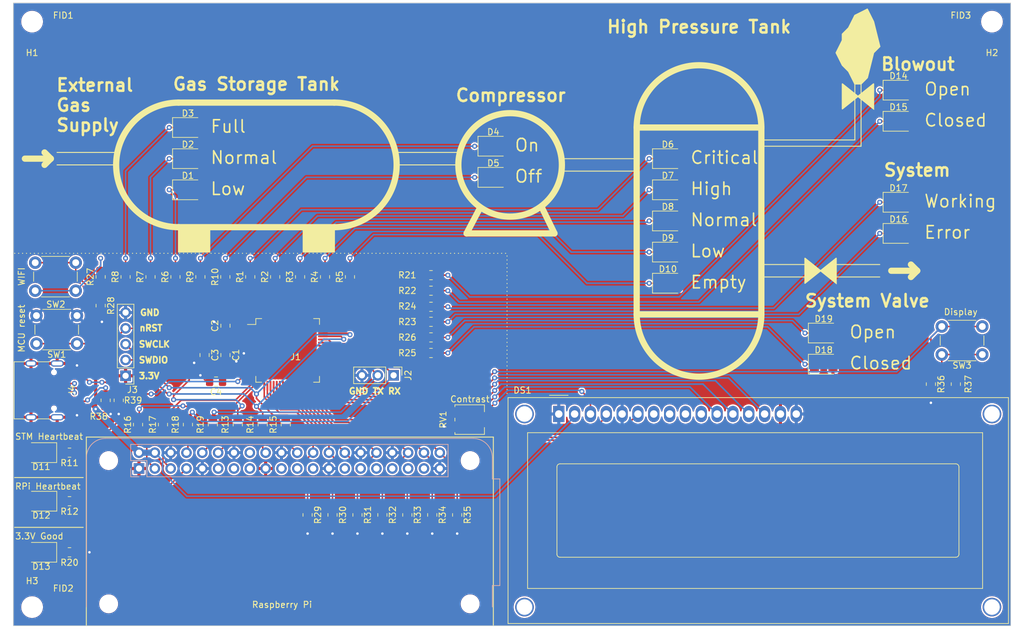
<source format=kicad_pcb>
(kicad_pcb (version 20240108) (generator "pcbnew") (generator_version "8.0")
  (layers (0 "F.Cu" signal) (31 "B.Cu" signal) (34 "B.Paste" user) (35 "F.Paste" user) (36 "B.SilkS" user "B.Silkscreen") (37 "F.SilkS" user "F.Silkscreen") (38 "B.Mask" user) (39 "F.Mask" user) (44 "Edge.Cuts" user))
  (net 0 "")
  (net 17 "/STMnrst")
  (net 22 "Net-(D1-K)")
  (net 24 "Net-(D2-K)")
  (net 25 "Net-(D3-K)")
  (net 26 "/PD1")
  (net 27 "/PD0")
  (net 28 "Net-(D4-K)")
  (net 29 "Net-(D5-K)")
  (net 30 "Net-(D6-K)")
  (net 31 "Net-(D7-K)")
  (net 32 "+5V")
  (net 33 "Net-(D8-K)")
  (net 34 "Net-(D9-K)")
  (net 35 "Net-(D13-K)")
  (net 36 "Net-(J1-GPIO14{slash}TXD)")
  (net 38 "Net-(D10-K)")
  (net 42 "Net-(D11-K)")
  (net 45 "Net-(D12-K)")
  (net 53 "Net-(DS1-VO)")
  (net 54 "/D_rs")
  (net 55 "/D_enable")
  (net 56 "Net-(J1-SDA{slash}GPIO2)")
  (net 61 "Net-(J1-SCL{slash}GPIO3)")
  (net 62 "Net-(J1-GPIO18{slash}PWM0)")
  (net 63 "Net-(J1-GPIO24)")
  (net 64 "Net-(J1-GPIO25)")
  (net 65 "/SWDIO")
  (net 66 "/SWCLK")
  (net 67 "/I2C1_SDA")
  (net 68 "/I2C1_SCL")
  (net 69 "/USART1_TX")
  (net 70 "/USART1_RX")
  (net 71 "+3V3")
  (net 72 "GND")
  (net 73 "Net-(J1-GPIO15{slash}RXD)")
  (net 74 "Net-(D14-K)")
  (net 75 "Net-(D15-K)")
  (net 76 "Net-(D16-K)")
  (net 77 "Net-(D17-K)")
  (net 78 "Net-(D18-K)")
  (net 79 "Net-(D19-K)")
  (net 80 "/D_d4")
  (net 81 "/D_d5")
  (net 82 "/D_d6")
  (net 83 "/D_d7")
  (net 84 "/PC9")
  (net 85 "/PC8")
  (net 86 "/PA15")
  (net 87 "/PA12")
  (net 88 "/RP_heartbeat")
  (net 89 "/ST_heartbeat")
  (net 90 "Net-(R27-Pad2)")
  (net 91 "/PC10")
  (net 92 "/PB9")
  (net 93 "/PB5")
  (net 94 "/PB6")
  (net 95 "/PB4")
  (net 96 "/PB3")
  (net 97 "/PD6")
  (net 98 "/PD5")
  (net 99 "/PD4")
  (net 100 "/PD3")
  (net 101 "/PD2")
  (net 102 "/PA0")
  (net 103 "/PA1")
  (net 104 "/PA2")
  (net 105 "/PA3")
  (net 106 "/PA4")
  (net 107 "/PA5")
  (net 108 "/PA6")
  (net 110 "/PA8")
  (net 111 "Net-(R37-Pad2)")
  (net 112 "Net-(J4-CC1)")
  (net 113 "Net-(J4-D+-PadA6)")
  (net 114 "Net-(J4-D--PadA7)")
  (net 116 "Net-(J4-CC2)")
  (net 118 "Earth_Protective")
  (footprint "LED_SMD:LED_1210_3225Metric_Pad1.42x2.65mm_HandSolder" (layer "F.Cu") (at 192.8 69.8)
    (property "Reference" "D15")
    (property "Value" "LED GREEN")
  )
  (footprint "Resistor_SMD:R_0805_2012Metric_Pad1.20x1.40mm_HandSolder" (layer "F.Cu") (at 117.8 94.5)
    (property "Reference" "R21")
    (property "Value" "330R")
  )
  (footprint "Resistor_SMD:R_0805_2012Metric_Pad1.20x1.40mm_HandSolder" (layer "F.Cu") (at 117.8 104.5)
    (property "Reference" "R26")
    (property "Value" "100R")
  )
  (footprint "Resistor_SMD:R_0805_2012Metric_Pad1.20x1.40mm_HandSolder" (layer "F.Cu") (at 104.8 94.784252 90)
    (property "Reference" "R5")
    (property "Value" "330R")
  )
  (footprint "Resistor_SMD:R_0805_2012Metric_Pad1.20x1.40mm_HandSolder" (layer "F.Cu") (at 59.8 123 180)
    (property "Reference" "R11")
    (property "Value" "100R")
  )
  (footprint "Capacitor_SMD:C_0805_2012Metric_Pad1.18x1.45mm_HandSolder" (layer "F.Cu") (at 84.82 102.624252 90)
    (property "Reference" "C2")
    (property "Value" "100nF")
  )
  (footprint "Resistor_SMD:R_0805_2012Metric_Pad1.20x1.40mm_HandSolder" (layer "F.Cu") (at 64.8 94.784252 90)
    (property "Reference" "R27")
    (property "Value" "1kR")
  )
  (footprint "Resistor_SMD:R_0805_2012Metric_Pad1.20x1.40mm_HandSolder" (layer "F.Cu") (at 72.8 94.784252 90)
    (property "Reference" "R7")
    (property "Value" "100R")
  )
  (footprint "LED_SMD:LED_1210_3225Metric_Pad1.42x2.65mm_HandSolder" (layer "F.Cu") (at 180.8 103.8)
    (property "Reference" "D19")
    (property "Value" "LED GREEN")
  )
  (footprint "Fiducial:Fiducial_1mm_Mask2mm" (layer "F.Cu") (at 202.8 54.8)
    (property "Reference" "FID3")
    (property "Value" "Fiducial")
  )
  (footprint "Module:Raspberry_Pi_Zero_Socketed_THT_FaceDown_MountingHoles" (layer "F.Cu") (at 70.95 125.55 -90)
    (property "Reference" "J1")
    (property "Value" "Raspberry_Pi_2_3")
  )
  (footprint "Resistor_SMD:R_0805_2012Metric_Pad1.20x1.40mm_HandSolder" (layer "F.Cu") (at 90.8 118.5 -90)
    (property "Reference" "R14")
    (property "Value" "0R")
  )
  (footprint "Button_Switch_THT:SW_PUSH_6mm_H5mm" (layer "F.Cu") (at 54.3 92.5)
    (property "Reference" "SW2")
    (property "Value" "SW_Push")
  )
  (footprint "LED_SMD:LED_1210_3225Metric_Pad1.42x2.65mm_HandSolder" (layer "F.Cu") (at 192.8 64.8)
    (property "Reference" "D14")
    (property "Value" "LED RED")
  )
  (footprint "Connector_PinHeader_2.54mm:PinHeader_1x05_P2.54mm_Vertical" (layer "F.Cu") (at 68.8 110.664252 180)
    (property "Reference" "J3")
    (property "Value" "Conn_01x05_Pin" (hide yes))
  )
  (footprint "Resistor_SMD:R_0805_2012Metric_Pad1.20x1.40mm_HandSolder" (layer "F.Cu") (at 98 133 -90)
    (property "Reference" "R29")
    (property "Value" "10kR")
  )
  (footprint "Resistor_SMD:R_0805_2012Metric_Pad1.20x1.40mm_HandSolder" (layer "F.Cu") (at 64.8 99.4 -90)
    (property "Reference" "R28")
    (property "Value" "10kR")
  )
  (footprint "LED_SMD:LED_1210_3225Metric_Pad1.42x2.65mm_HandSolder" (layer "F.Cu") (at 55.2875 139 180)
    (property "Reference" "D13")
    (property "Value" "LED GREEN")
  )
  (footprint "MountingHole:MountingHole_3.2mm_M3" (layer "F.Cu") (at 53.8 53.8)
    (property "Reference" "H1")
    (property "Value" "MountingHole")
  )
  (footprint "Capacitor_SMD:C_0805_2012Metric_Pad1.18x1.45mm_HandSolder" (layer "F.Cu") (at 81.475 107.334252 -90)
    (property "Reference" "C3")
    (property "Value" "4.7μF")
  )
  (footprint "Resistor_SMD:R_0805_2012Metric_Pad1.20x1.40mm_HandSolder" (layer "F.Cu") (at 117.8 107)
    (property "Reference" "R25")
    (property "Value" "330R")
  )
  (footprint "LED_SMD:LED_1210_3225Metric_Pad1.42x2.65mm_HandSolder" (layer "F.Cu") (at 180.8 108.8)
    (property "Reference" "D18")
    (property "Value" "LED RED")
  )
  (footprint "Resistor_SMD:R_0805_2012Metric_Pad1.20x1.40mm_HandSolder" (layer "F.Cu") (at 74.8 118.5 90)
    (property "Reference" "R17")
    (property "Value" "0R")
  )
  (footprint "Potentiometer_SMD:Potentiometer_Bourns_3314J_Vertical" (layer "F.Cu") (at 124 117.7 90)
    (property "Reference" "RV1")
    (property "Value" "R_Potentiometer")
  )
  (footprint "LED_SMD:LED_1210_3225Metric_Pad1.42x2.65mm_HandSolder" (layer "F.Cu") (at 55.2875 123 180)
    (property "Reference" "D11")
    (property "Value" "LED GREEN")
  )
  (footprint "Resistor_SMD:R_0805_2012Metric_Pad1.20x1.40mm_HandSolder" (layer "F.Cu") (at 122 133 -90)
    (property "Reference" "R35")
    (property "Value" "10kR")
  )
  (footprint "Connector_PinHeader_2.54mm:PinHeader_1x03_P2.54mm_Vertical" (layer "F.Cu") (at 111.8 110.584252 -90)
    (property "Reference" "J2")
    (property "Value" "Conn_01x03_Pin")
  )
  (footprint "Resistor_SMD:R_0805_2012Metric_Pad1.20x1.40mm_HandSolder" (layer "F.Cu") (at 65.6 114.6 -90)
    (property "Reference" "R38")
    (property "Value" "5.1kR")
  )
  (footprint "Capacitor_SMD:C_0805_2012Metric_Pad1.18x1.45mm_HandSolder" (layer "F.Cu") (at 83.3175 111.584252 180)
    (property "Reference" "C4")
    (property "Value" "100nF")
  )
  (footprint "Resistor_SMD:R_0805_2012Metric_Pad1.20x1.40mm_HandSolder" (layer "F.Cu") (at 96.8 94.784252 90)
    (property "Reference" "R3")
    (property "Value" "100R")
  )
  (footprint "LED_SMD:LED_1210_3225Metric_Pad1.42x2.65mm_HandSolder" (layer "F.Cu") (at 78.8 70.800001)
    (property "Reference" "D3")
    (property "Value" "LED BLUE")
  )
  (footprint "Symbol:OSHW-Logo2_7.3x6mm_Copper" (layer "F.Cu") (at 69.8 56.8)
    (property "Reference" "#SYM1" (hide yes))
    (property "Value" "OSHW-Logo2_7.3x6mm_Copper" (hide yes))
  )
  (footprint "Button_Switch_THT:SW_PUSH_6mm_H5mm" (layer "F.Cu") (at 199.75 102.75)
    (property "Reference" "SW3")
    (property "Value" "SW_Push")
  )
  (footprint "LED_SMD:LED_1210_3225Metric_Pad1.42x2.65mm_HandSolder" (layer "F.Cu") (at 155.8 75.8)
    (property "Reference" "D6")
    (property "Value" "LED RED")
  )
  (footprint "Resistor_SMD:R_0805_2012Metric_Pad1.20x1.40mm_HandSolder" (layer "F.Cu") (at 110 133 -90)
    (property "Reference" "R32")
    (property "Value" "10kR")
  )
  (footprint "MountingHole:MountingHole_3.2mm_M3" (layer "F.Cu") (at 53.8 147.8)
    (property "Reference" "H3")
    (property "Value" "MountingHole" (hide yes))
  )
  (footprint "Resistor_SMD:R_0805_2012Metric_Pad1.20x1.40mm_HandSolder" (layer "F.Cu") (at 202 112 90)
    (property "Reference" "R37")
    (property "Value" "1kR")
  )
  (footprint "LED_SMD:LED_1210_3225Metric_Pad1.42x2.65mm_HandSolder" (layer "F.Cu") (at 192.8 82.8)
    (property "Reference" "D17")
    (property "Value" "LED GREEN")
  )
  (footprint "Resistor_SMD:R_0805_2012Metric_Pad1.20x1.40mm_HandSolder" (layer "F.Cu") (at 117.8 99.584252)
    (property "Reference" "R24")
    (property "Value" "100R")
  )
  (footprint "MountingHole:MountingHole_3.2mm_M3" (layer "F.Cu") (at 207.8 53.8)
    (property "Reference" "H2")
    (property "Value" "MountingHole")
  )
  (footprint "Resistor_SMD:R_0805_2012Metric_Pad1.20x1.40mm_HandSolder" (layer "F.Cu") (at 198 112 -90)
    (property "Reference" "R36")
    (property "Value" "10kR")
  )
  (footprint "Button_Switch_THT:SW_PUSH_6mm_H5mm" (layer "F.Cu") (at 54.5 101)
    (property "Reference" "SW1")
    (property "Value" "SW_Push")
  )
  (footprint "Resistor_SMD:R_0805_2012Metric_Pad1.20x1.40mm_HandSolder" (layer "F.Cu") (at 102 133 -90)
    (property "Reference" "R30")
    (property "Value" "10kR")
  )
  (footprint "LED_SMD:LED_1210_3225Metric_Pad1.42x2.65mm_HandSolder" (layer "F.Cu") (at 155.8 90.8)
    (property "Reference" "D9")
    (property "Value" "LED YELLOW")
  )
  (footprint "LED_SMD:LED_1210_3225Metric_Pad1.42x2.65mm_HandSolder" (layer "F.Cu") (at 192.8 87.8)
    (property "Reference" "D16")
    (property "Value" "LED RED")
  )
  (footprint "Resistor_SMD:R_0805_2012Metric_Pad1.20x1.40mm_HandSolder" (layer "F.Cu") (at 88.8 94.784252 90)
    (property "Reference" "R1")
    (property "Value" "330R")
  )
  (footprint "Package_QFP:LQFP-64_10x10mm_P0.5mm" (layer "F.Cu") (at 94.8 106.584252)
    (property "Reference" "U1" (hide yes))
    (property "Value" "STM32G070RBTx")
  )
  (footprint "Resistor_SMD:R_0805_2012Metric_Pad1.20x1.40mm_HandSolder" (layer "F.Cu") (at 117.8 97)
    (property "Reference" "R22")
    (property "Value" "100R")
  )
  (footprint "LED_SMD:LED_1210_3225Metric_Pad1.42x2.65mm_HandSolder" (layer "F.Cu") (at 155.8 80.8)
    (property "Reference" "D7")
    (property "Value" "LED YELLOW")
  )
  (footprint "LED_SMD:LED_1210_3225Metric_Pad1.42x2.65mm_HandSolder" (layer "F.Cu") (at 55.3 130.8 180)
    (property "Reference" "D12")
    (property "Value" "LED GREEN")
  )
  (footprint "Resistor_SMD:R_0805_2012Metric_Pad1.20x1.40mm_HandSolder" (layer "F.Cu") (at 70.8 118.5 90)
    (property "Reference" "R16")
    (property "Value" "0R")
  )
  (footprint "Display:WC1602A" (layer "F.Cu") (at 138.30052 116.7993)
    (property "Reference" "DS1")
    (property "Value" "WC1602A/HD44780")
  )
  (footprint "LED_SMD:LED_1210_3225Metric_Pad1.42x2.65mm_HandSolder" (layer "F.Cu") (at 155.8 95.8)
    (property "Reference" "D10")
    (property "Value" "LED BLUE")
  )
  (footprint "Resistor_SMD:R_0805_2012Metric_Pad1.20x1.40mm_HandSolder" (layer "F.Cu") (at 114 133 -90)
    (property "Reference" "R33")
    (property "Value" "10kR")
  )
  (footprint "Fiducial:Fiducial_1mm_Mask2mm" (layer "F.Cu") (at 58.8 54.8)
    (property "Reference" "FID1")
    (property "Value" "Fiducial")
  )
  (footprint "Resistor_SMD:R_0805_2012Metric_Pad1.20x1.40mm_HandSolder" (layer "F.Cu") (at 118 133 -90)
    (property "Reference" "R34")
    (property "Value" "10kR")
  )
  (footprint "Capacitor_SMD:C_0805_2012Metric_Pad1.18x1.45mm_HandSolder" (layer "F.Cu") (at 84.82 107.334252 -90)
    (property "Reference" "C1")
    (property "Value" "100nF")
  )
  (footprint "Resistor_SMD:R_0805_2012Metric_Pad1.20x1.40mm_HandSolder" (layer "F.Cu") (at 80.8 94.784252 90)
    (property "Reference" "R9")
    (property "Value" "100R")
  )
  (footprint "Resistor_SMD:R_0805_2012Metric_Pad1.20x1.40mm_HandSolder" (layer "F.Cu") (at 84.8 94.784252 90)
    (property "Reference" "R10")
    (property "Value" "330R")
  )
  (footprint "LED_SMD:LED_1210_3225Metric_Pad1.42x2.65mm_HandSolder" (layer "F.Cu") (at 155.8 85.8)
    (property "Reference" "D8")
    (property "Value" "LED GREEN")
  )
  (footprint "Resistor_SMD:R_0805_2012Metric_Pad1.20x1.40mm_HandSolder" (layer "F.Cu") (at 68.8 94.784252 90)
    (property "Reference" "R8")
    (property "Value" "330R")
  )
  (footprint "Resistor_SMD:R_0805_2012Metric_Pad1.20x1.40mm_HandSolder" (layer "F.Cu") (at 106 133 -90)
    (property "Reference" "R31")
    (property "Value" "10kR")
  )
  (footprint "LED_SMD:LED_1210_3225Metric_Pad1.42x2.65mm_HandSolder" (layer "F.Cu") (at 127.8 73.800001)
    (property "Reference" "D4")
    (property "Value" "LED GREEN")
  )
  (footprint "Resistor_SMD:R_0805_2012Metric_Pad1.20x1.40mm_HandSolder" (layer "F.Cu") (at 82.8 118.5 -90)
    (property "Reference" "R19")
    (property "Value" "0R")
  )
  (footprint "Resistor_SMD:R_0805_2012Metric_Pad1.20x1.40mm_HandSolder" (layer "F.Cu") (at 67.7 114.6 -90)
    (property "Reference" "R39")
    (property "Value" "5.1kR")
  )
  (footprint "Resistor_SMD:R_0805_2012Metric_Pad1.20x1.40mm_HandSolder" (layer "F.Cu") (at 78.8 118.5 -90)
    (property "Reference" "R18")
    (property "Value" "0R")
  )
  (footprint "Resistor_SMD:R_0805_2012Metric_Pad1.20x1.40mm_HandSolder" (layer "F.Cu") (at 94.5 118.5 -90)
    (property "Reference" "R15")
    (property "Value" "0R")
  )
  (footprint "Resistor_SMD:R_0805_2012Metric_Pad1.20x1.40mm_HandSolder" (layer "F.Cu") (at 117.8 102)
    (property "Reference" "R23")
    (property "Value" "330R")
  )
  (footprint "Connector_USB:USB_C_Receptacle_G-Switch_GT-USB-7010ASV" (layer "F.Cu") (at 54.7 113 -90)
    (property "Reference" "J4")
    (property "Value" "USB_C_Receptacle_USB2.0")
  )
  (footprint "Resistor_SMD:R_0805_2012Metric_Pad1.20x1.40mm_HandSolder" (layer "F.Cu") (at 59.8 130.8 180)
    (property "Reference" "R12")
    (property "Value" "100R")
  )
  (footprint "Resistor_SMD:R_0805_2012Metric_Pad1.20x1.40mm_HandSolder" (layer "F.Cu") (at 100.8 94.784252 90)
    (property "Reference" "R4")
    (property "Value" "330R")
  )
  (footprint "Resistor_SMD:R_0805_2012Metric_Pad1.20x1.40mm_HandSolder" (layer "F.Cu") (at 92.8 94.784252 90)
    (property "Reference" "R2")
    (property "Value" "330R")
  )
  (footprint "LED_SMD:LED_1210_3225Metric_Pad1.42x2.65mm_HandSolder" (layer "F.Cu") (at 127.8 78.800001)
    (property "Reference" "D5")
    (property "Value" "LED RED")
  )
  (footprint "Resistor_SMD:R_0805_2012Metric_Pad1.20x1.40mm_HandSolder" (layer "F.Cu") (at 59.8 139 180)
    (property "Reference" "R20")
    (property "Value" "100R")
  )
  (footprint "LED_SMD:LED_1210_3225Metric_Pad1.42x2.65mm_HandSolder" (layer "F.Cu") (at 78.8 75.800001)
    (property "Reference" "D2")
    (property "Value" "LED GREEN")
  )
  (footprint "Resistor_SMD:R_0805_2012Metric_Pad1.20x1.40mm_HandSolder" (layer "F.Cu") (at 76.8 94.784252 90)
    (property "Reference" "R6")
    (property "Value" "330R")
  )
  (footprint "LED_SMD:LED_1210_3225Metric_Pad1.42x2.65mm_HandSolder" (layer "F.Cu") (at 78.8 80.800001)
    (property "Reference" "D1")
    (property "Value" "LED RED")
  )
  (footprint "Fiducial:Fiducial_1mm_Mask2mm" (layer "F.Cu") (at 58.8 146.8)
    (property "Reference" "FID2")
    (property "Value" "Fiducial")
  )
  (footprint "Resistor_SMD:R_0805_2012Metric_Pad1.20x1.40mm_HandSolder" (layer "F.Cu") (at 86.8 118.5 -90)
    (property "Reference" "R13")
    (property "Value" "0R")
  )
  (gr_arc (start 102.287301 66.8) (mid 112.287301 76.800001) (end 102.2873 86.8) (stroke (width 1)) (layer "F.SilkS"))
  (gr_line (start 51 91) (end 130 91) (stroke (width 0.15) (type dot)) (layer "F.SilkS"))
  (gr_line (start 56.8 75.800001) (end 55.8 76.800001) (stroke (width 1)) (layer "F.SilkS"))
  (gr_arc (start 77.287301 86.800001) (mid 67.2873 76.800002) (end 77.2873 66.800001) (stroke (width 1)) (layer "F.SilkS"))
  (gr_line (start 62.5 150.7) (end 62.5 120.5) (stroke (width 0.15)) (layer "F.SilkS"))
  (gr_line (start 186.8 65.8) (end 186.8 73.8) (stroke (width 0.15)) (layer "F.SilkS"))
  (gr_line (start 130 113.5) (end 130 91) (stroke (width 0.15) (type dot)) (layer "F.SilkS"))
  (gr_line (start 182.8 94.8) (end 189.8 94.8) (stroke (width 0.15)) (layer "F.SilkS"))
  (gr_line (start 170.9875 73.8) (end 186.8 73.8) (stroke (width 0.15)) (layer "F.SilkS"))
  (gr_circle (center 130.493376 76.800001) (end 138.555634 74.800001) (stroke (width 1)) (fill none) (layer "F.SilkS"))
  (gr_line (start 185.8 62.8) (end 185.8 65.3) (stroke (width 0.15)) (layer "F.SilkS"))
  (gr_line (start 52.64375 75.800001) (end 56.8 75.800001) (stroke (width 1)) (layer "F.SilkS"))
  (gr_line (start 170.800002 70.800001) (end 150.8 70.800001) (stroke (width 1)) (layer "F.SilkS"))
  (gr_poly (pts (xy 185.8 63.8) (xy 184.8 61.8) (xy 183.8 60.8) (xy 182.8 58.8) (xy 183.8 56.8) (xy 183.8 55.8) (xy 184.8 54.8) (xy 185.8 52.8) (xy 187.8 51.8) (xy 188.8 53.8) (xy 189.8 57.8) (xy 188.8 58.8) (xy 187.8 62.8) (xy 186.8 63.8)) (stroke (width 0.2)) (fill solid) (layer "F.SilkS"))
  (gr_line (start 195.8 93.8) (end 194.8 94.8) (stroke (width 1)) (layer "F.SilkS"))
  (gr_line (start 191.64375 93.8) (end 195.8 93.8) (stroke (width 1)) (layer "F.SilkS"))
  (gr_poly (pts (xy 183.8 63.8) (xy 188.8 67.8) (xy 188.8 63.8) (xy 183.8 67.8)) (stroke (width 0.2)) (fill solid) (layer "F.SilkS"))
  (gr_line (start 170.8 100.799999) (end 150.799998 100.799999) (stroke (width 1)) (layer "F.SilkS"))
  (gr_line (start 194.8 92.8) (end 195.8 93.8) (stroke (width 1)) (layer "F.SilkS"))
  (gr_line (start 111.8 74.800001) (end 122.8 74.800001) (stroke (width 0.15)) (layer "F.SilkS"))
  (gr_line (start 170.4875 92.8) (end 178.8 92.8) (stroke (width 0.15)) (layer "F.SilkS"))
  (gr_line (start 112.162301 76.800001) (end 122.186752 76.800001) (stroke (width 0.15)) (layer "F.SilkS"))
  (gr_arc (start 170.8 100.799999) (mid 160.8 110.8) (end 150.8 100.8) (stroke (width 1)) (layer "F.SilkS"))
  (gr_line (start 51 135) (end 62 135) (stroke (width 0.15)) (layer "F.SilkS"))
  (gr_line (start 57.8 76.800001) (end 67.412301 76.800001) (stroke (width 0.15)) (layer "F.SilkS"))
  (gr_line (start 55.8 74.800001) (end 56.8 75.800001) (stroke (width 1)) (layer "F.SilkS"))
  (gr_line (start 123.506524 87.8) (end 137.6125 87.8) (stroke (width 1)) (layer "F.SilkS"))
  (gr_line (start 77.287301 86.8) (end 102.2873 86.799999) (stroke (width 1)) (layer "F.SilkS"))
  (gr_arc (start 150.8 70.800001) (mid 160.800001 60.8) (end 170.800002 70.800001) (stroke (width 1)) (layer "F.SilkS"))
  (gr_line (start 62.5 120.5) (end 127.8 120.5) (stroke (width 0.15)) (layer "F.SilkS"))
  (gr_line (start 127.8 120.5) (end 127.8 150.7) (stroke (width 0.15)) (layer "F.SilkS"))
  (gr_rect (start 77.2873 86.8) (end 82.3127 90.8) (stroke (width 0.15)) (fill solid) (layer "F.SilkS"))
  (gr_line (start 170.800655 100.8) (end 170.799345 70.8) (stroke (width 1)) (layer "F.SilkS"))
  (gr_line (start 137.6125 87.8) (end 135.665488 83.8) (stroke (width 1)) (layer "F.SilkS"))
  (gr_line (start 51 127) (end 62 127) (stroke (width 0.15)) (layer "F.SilkS"))
  (gr_line (start 138.8 75.8) (end 150.8 75.8) (stroke (width 0.15)) (layer "F.SilkS"))
  (gr_line (start 170.4875 94.8) (end 178.8 94.8) (stroke (width 0.15)) (layer "F.SilkS"))
  (gr_line (start 185.8 65.8) (end 185.8 72.8) (stroke (width 0.15)) (layer "F.SilkS"))
  (gr_line (start 102.287301 66.8) (end 77.2873 66.800001) (stroke (width 1)) (layer "F.SilkS"))
  (gr_line (start 182.8 92.8) (end 189.8 92.8) (stroke (width 0.15)) (layer "F.SilkS"))
  (gr_line (start 138.8 77.8) (end 150.6125 77.8) (stroke (width 0.15)) (layer "F.SilkS"))
  (gr_line (start 123.506524 87.8) (end 125.6125 83.8) (stroke (width 1)) (layer "F.SilkS"))
  (gr_poly (pts (xy 177.8 91.8) (xy 182.8 95.8) (xy 182.8 91.8) (xy 177.8 95.8)) (stroke (width 0.2)) (fill solid) (layer "F.SilkS"))
  (gr_line (start 186.8 65.8) (end 186.8 62.8) (stroke (width 0.15)) (layer "F.SilkS"))
  (gr_rect (start 97.2873 86.8) (end 102.3127 90.8) (stroke (width 0.15)) (fill solid) (layer "F.SilkS"))
  (gr_line (start 150.800655 100.8) (end 150.799345 70.8) (stroke (width 1)) (layer "F.SilkS"))
  (gr_line (start 57.8 74.800001) (end 67.599801 74.800001) (stroke (width 0.15)) (layer "F.SilkS"))
  (gr_line (start 171.175 72.8) (end 185.8 72.8) (stroke (width 0.15)) (layer "F.SilkS"))
  (gr_line (start 210.8 50.8) (end 210.8 150.8) (stroke (width 0.1)) (layer "Edge.Cuts"))
  (gr_line (start 50.8 50.8) (end 210.8 50.8) (stroke (width 0.1)) (layer "Edge.Cuts"))
  (gr_line (start 210.8 150.8) (end 50.8 150.8) (stroke (width 0.1)) (layer "Edge.Cuts"))
  (gr_line (start 50.8 150.8) (end 50.8 50.8) (stroke (width 0.1)) (layer "Edge.Cuts"))
  (gr_text "CybICS v1.0" (at 76.8 59.8 0) (layer "F.Cu") (effects (font (size 5 5) (thickness 1) (bold yes)) (justify left bottom)))
  (gr_text "Open" (at 196.8 65.8 0) (layer "F.SilkS") (effects (font (size 2 2) (thickness 0.25)) (justify left bottom)))
  (gr_text "3.3V" (at 70.8 111.260252 0) (layer "F.SilkS") (effects (font (size 1 1) (thickness 0.25)) (justify left bottom)))
  (gr_text "MCU reset" (at 52.7 107 90) (layer "F.SilkS") (effects (font (size 1 1)) (justify left bottom)))
  (gr_text "Normal" (at 82.2873 76.800001 0) (layer "F.SilkS") (effects (font (size 2 2) (thickness 0.25)) (justify left bottom)))
  (gr_text "External \nGas\nSupply" (at 57.5 71.6 0) (layer "F.SilkS") (effects (font (size 2 2) (thickness 0.4) (bold yes)) (justify left bottom)))
  (gr_text "RPi Heartbeat" (at 51 129 0) (layer "F.SilkS") (effects (font (size 1 1)) (justify left bottom)))
  (gr_text "Open" (at 184.8 104.8 0) (layer "F.SilkS") (effects (font (size 2 2) (thickness 0.25)) (justify left bottom)))
  (gr_text "nRST" (at 70.898 103.584252 0) (layer "F.SilkS") (effects (font (size 1 1) (thickness 0.25)) (justify left bottom)))
  (gr_text "Closed" (at 184.8 109.8 0) (layer "F.SilkS") (effects (font (size 2 2) (thickness 0.25)) (justify left bottom)))
  (gr_text "STM Heartbeat" (at 51 121 0) (layer "F.SilkS") (effects (font (size 1 1)) (justify left bottom)))
  (gr_text "3.3V Good" (at 51 137 0) (layer "F.SilkS") (effects (font (size 1 1)) (justify left bottom)))
  (gr_text "SWDIO" (at 70.8 108.720252 0) (layer "F.SilkS") (effects (font (size 1 1) (thickness 0.25)) (justify left bottom)))
  (gr_text "Low" (at 159.2875 91.8 0) (layer "F.SilkS") (effects (font (size 2 2) (thickness 0.25)) (justify left bottom)))
  (gr_text "Working" (at 196.8 83.8 0) (layer "F.SilkS") (effects (font (size 2 2) (thickness 0.25)) (justify left bottom)))
  (gr_text "High Pressure Tank" (at 160.8 55.8 0) (layer "F.SilkS") (effects (font (size 2 2) (thickness 0.4) (bold yes)) (justify bottom)))
  (gr_text "Raspberry Pi" (at 89 148 0) (layer "F.SilkS") (effects (font (size 1 1)) (justify left bottom)))
  (gr_text "Low\n" (at 82.2873 81.800001 0) (layer "F.SilkS") (effects (font (size 2 2) (thickness 0.25)) (justify left bottom)))
  (gr_text "Critical" (at 159.2875 76.8 0) (layer "F.SilkS") (effects (font (size 2 2) (thickness 0.25)) (justify left bottom)))
  (gr_text "Gas Storage Tank" (at 89.787301 65 0) (layer "F.SilkS") (effects (font (size 2 2) (thickness 0.4) (bold yes)) (justify bottom)))
  (gr_text "Closed" (at 196.8 70.8 0) (layer "F.SilkS") (effects (font (size 2 2) (thickness 0.25)) (justify left bottom)))
  (gr_text "Display" (at 200 101 0) (layer "F.SilkS") (effects (font (size 1 1)) (justify left bottom)))
  (gr_text "SWCLK" (at 70.8 106.180252 0) (layer "F.SilkS") (effects (font (size 1 1) (thickness 0.25)) (justify left bottom)))
  (gr_text "Contrast" (at 120.8 115 0) (layer "F.SilkS") (effects (font (size 1 1)) (justify left bottom)))
  (gr_text "WIFI" (at 52.7 96.3 90) (layer "F.SilkS") (effects (font (size 1 1)) (justify left bottom)))
  (gr_text "Compressor" (at 130.599801 66.800001 0) (layer "F.SilkS") (effects (font (size 2 2) (thickness 0.4) (bold yes)) (justify bottom)))
  (gr_text "System Valve" (at 187.8 99.8 0) (layer "F.SilkS") (effects (font (size 2 2) (thickness 0.4) (bold yes)) (justify bottom)))
  (gr_text "High" (at 159.2875 81.8 0) (layer "F.SilkS") (effects (font (size 2 2) (thickness 0.25)) (justify left bottom)))
  (gr_text "Full" (at 82.2873 71.800001 0) (layer "F.SilkS") (effects (font (size 2 2) (thickness 0.25)) (justify left bottom)))
  (gr_text "Blowout" (at 189.8 61.8 0) (layer "F.SilkS") (effects (font (size 2 2) (thickness 0.4) (bold yes)) (justify left bottom)))
  (gr_text "GND TX RX \n" (at 109.165025 113.717245 0) (layer "F.SilkS") (effects (font (size 1 1) (thickness 0.25)) (justify bottom)))
  (gr_text "Empty" (at 159.2875 96.8 0) (layer "F.SilkS") (effects (font (size 2 2) (thickness 0.25)) (justify left bottom)))
  (gr_text "Off" (at 131.099801 79.800001 0) (layer "F.SilkS") (effects (font (size 2 2) (thickness 0.25)) (justify left bottom)))
  (gr_text "On\n" (at 131.099801 74.800001 0) (layer "F.SilkS") (effects (font (size 2 2) (thickness 0.25)) (justify left bottom)))
  (gr_text "Error" (at 196.8 88.8 0) (layer "F.SilkS") (effects (font (size 2 2) (thickness 0.25)) (justify left bottom)))
  (gr_text "Normal" (at 159.2875 86.8 0) (layer "F.SilkS") (effects (font (size 2 2) (thickness 0.25)) (justify left bottom)))
  (gr_text "GND" (at 71 101.1 0) (layer "F.SilkS") (effects (font (size 1 1) (thickness 0.25)) (justify left bottom)))
  (gr_text "System" (at 195.8 78.8 0) (layer "F.SilkS") (effects (font (size 2 2) (thickness 0.4) (bold yes)) (justify bottom)))
  (segment (start 72.26 103.044252) (end 68.8 103.044252) (width 0.25) (layer "F.Cu") (net 17))
  (segment (start 84.355 111.584252) (end 87.605 108.334252) (width 0.25) (layer "F.Cu") (net 17))
  (segment (start 66.344252 105.5) (end 54.5 105.5) (width 0.25) (layer "F.Cu") (net 17))
  (segment (start 86.8 116.2) (end 87.5 115.5) (width 0.25) (layer "F.Cu") (net 17))
  (segment (start 76.5 113.858947) (end 79 111.358947) (width 0.25) (layer "F.Cu") (net 17))
  (segment (start 87.605 108.334252) (end 89.125 108.334252) (width 0.25) (layer "F.Cu") (net 17))
  (segment (start 84.355 111.584252) (end 82.355 109.584252) (width 0.25) (layer "F.Cu") (net 17))
  (segment (start 76.5 114.5) (end 76.5 113.858947) (width 0.25) (layer "F.Cu") (net 17))
  (segment (start 86.8 117.5) (end 86.8 116.2) (width 0.25) (layer "F.Cu") (net 17))
  (segment (start 84.075 111.864252) (end 84.355 111.584252) (width 0.25) (layer "F.Cu") (net 17))
  (segment (start 68.8 103.044252) (end 66.344252 105.5) (width 0.25) (layer "F.Cu") (net 17))
  (segment (start 78.8 109.584252) (end 72.26 103.044252) (width 0.25) (layer "F.Cu") (net 17))
  (segment (start 82.355 109.584252) (end 79 109.584252) (width 0.25) (layer "F.Cu") (net 17))
  (segment (start 79 111.358947) (end 79 109.584252) (width 0.25) (layer "F.Cu") (net 17))
  (segment (start 79 109.584252) (end 78.8 109.584252) (width 0.25) (layer "F.Cu") (net 17))
  (via (at 76.5 114.5) (size 0.8) (drill 0.4) (layers "F.Cu" "B.Cu") (net 17))
  (via (at 87.5 115.5) (size 0.8) (drill 0.4) (layers "F.Cu" "B.Cu") (net 17))
  (segment (start 87.5 115.5) (end 86.5 114.5) (width 0.25) (layer "B.Cu") (net 17))
  (segment (start 86.5 114.5) (end 76.5 114.5) (width 0.25) (layer "B.Cu") (net 17))
  (segment (start 77.3125 80.800001) (end 75.8 80.800001) (width 0.25) (layer "F.Cu") (net 22))
  (segment (start 76.8 93.784252) (end 76.8 91.784252) (width 0.25) (layer "F.Cu") (net 22))
  (via (at 75.8 80.800001) (size 0.8) (drill 0.4) (layers "F.Cu" "B.Cu") (net 22))
  (via (at 76.8 91.784252) (size 0.8) (drill 0.4) (layers "F.Cu" "B.Cu") (net 22))
  (segment (start 76.8 91.8) (end 76.8 81.800001) (width 0.25) (layer "B.Cu") (net 22))
  (segment (start 76.8 81.800001) (end 75.8 80.800001) (width 0.25) (layer "B.Cu") (net 22))
  (segment (start 77.3125 75.800001) (end 75.8 75.800001) (width 0.25) (layer "F.Cu") (net 24))
  (segment (start 72.8 93.784252) (end 72.8 91.784252) (width 0.25) (layer "F.Cu") (net 24))
  (via (at 72.8 91.784252) (size 0.8) (drill 0.4) (layers "F.Cu" "B.Cu") (net 24))
  (via (at 75.8 75.800001) (size 0.8) (drill 0.4) (layers "F.Cu" "B.Cu") (net 24))
  (segment (start 72.8 91.8) (end 72.8 78.800001) (width 0.25) (layer "B.Cu") (net 24))
  (segment (start 72.8 78.800001) (end 75.8 75.800001) (width 0.25) (layer "B.Cu") (net 24))
  (segment (start 77.3125 70.800001) (end 75.8 70.800001) (width 0.25) (layer "F.Cu") (net 25))
  (segment (start 68.8 93.784252) (end 68.8 91.784252) (width 0.25) (layer "F.Cu") (net 25))
  (via (at 68.8 91.784252) (size 0.8) (drill 0.4) (layers "F.Cu" "B.Cu") (net 25))
  (via (at 75.8 70.800001) (size 0.8) (drill 0.4) (layers "F.Cu" "B.Cu") (net 25))
  (segment (start 68.8 77.800001) (end 68.8 91.8) (width 0.25) (layer "B.Cu") (net 25))
  (segment (start 75.8 70.800001) (end 68.8 77.800001) (width 0.25) (layer "B.Cu") (net 25))
  (segment (start 97.55 100.909252) (end 97.55 98.95) (width 0.25) (layer "F.Cu") (net 26))
  (segment (start 97.55 98.95) (end 99 97.5) (width 0.25) (layer "F.Cu") (net 26))
  (segment (start 116.5 94.5) (end 116.8 94.5) (width 0.25) (layer "F.Cu") (net 26))
  (segment (start 113.5 97.5) (end 116.5 94.5) (width 0.25) (layer "F.Cu") (net 26))
  (segment (start 99 97.5) (end 113.5 97.5) (width 0.25) (layer "F.Cu") (net 26))
  (segment (start 99.186396 97.95) (end 114.434252 97.95) (width 0.25) (layer "F.Cu") (net 27))
  (segment (start 98.05 99.086396) (end 99.186396 97.95) (width 0.25) (layer "F.Cu") (net 27))
  (segment (start 114.434252 97.95) (end 115.384252 97) (width 0.25) (layer "F.Cu") (net 27))
  (segment (start 98.05 100.909252) (end 98.05 99.086396) (width 0.25) (layer "F.Cu") (net 27))
  (segment (start 115.384252 97) (end 116.8 97) (width 0.25) (layer "F.Cu") (net 27))
  (segment (start 80.8 93.404352) (end 80.8 93.784252) (width 0.25) (layer "F.Cu") (net 28))
  (segment (start 80.8 93.784252) (end 80.8 91.784252) (width 0.25) (layer "F.Cu") (net 28))
  (segment (start 126.3125 73.800001) (end 124.8 73.800001) (width 0.25) (layer "F.Cu") (net 28))
  (via (at 80.8 91.784252) (size 0.8) (drill 0.4) (layers "F.Cu" "B.Cu") (net 28))
  (via (at 124.8 73.800001) (size 0.8) (drill 0.4) (layers "F.Cu" "B.Cu") (net 28))
  (segment (start 80.8 91.8) (end 98.799999 73.800001) (width 0.25) (layer "B.Cu") (net 28))
  (segment (start 98.799999 73.800001) (end 124.8 73.800001) (width 0.25) (layer "B.Cu") (net 28))
  (segment (start 125.8 78.800001) (end 124.8 78.800001) (width 0.25) (layer "F.Cu") (net 29))
  (segment (start 126.3125 78.800001) (end 125.8 78.800001) (width 0.25) (layer "F.Cu") (net 29))
  (segment (start 84.8 93.784252) (end 84.8 91.784252) (width 0.25) (layer "F.Cu") (net 29))
  (via (at 124.8 78.800001) (size 0.8) (drill 0.4) (layers "F.Cu" "B.Cu") (net 29))
  (via (at 84.8 91.784252) (size 0.8) (drill 0.4) (layers "F.Cu" "B.Cu") (net 29))
  (segment (start 97.799999 78.800001) (end 124.8 78.800001) (width 0.25) (layer "B.Cu") (net 29))
  (segment (start 84.8 91.8) (end 97.799999 78.800001) (width 0.25) (layer "B.Cu") (net 29))
  (segment (start 154.3125 75.8) (end 152.8 75.8) (width 0.25) (layer "F.Cu") (net 30))
  (segment (start 88.8 93.784252) (end 88.8 91.784252) (width 0.25) (layer "F.Cu") (net 30))
  (via (at 88.8 91.784252) (size 0.8) (drill 0.4) (layers "F.Cu" "B.Cu") (net 30))
  (via (at 152.8 75.8) (size 0.8) (drill 0.4) (layers "F.Cu" "B.Cu") (net 30))
  (segment (start 144.6 84) (end 97 84) (width 0.25) (layer "B.Cu") (net 30))
  (segment (start 152.8 75.8) (end 144.6 84) (width 0.25) (layer "B.Cu") (net 30))
  (segment (start 97 84) (end 89.215748 91.784252) (width 0.25) (layer "B.Cu") (net 30))
  (segment (start 89.215748 91.784252) (end 88.8 91.784252) (width 0.25) (layer "B.Cu") (net 30))
  (segment (start 154.3125 80.8) (end 154.3125 81.775) (width 0.25) (layer "F.Cu") (net 31))
  (segment (start 154.3125 80.8) (end 152.8 80.8) (width 0.25) (layer "F.Cu") (net 31))
  (segment (start 92.8 93.784252) (end 92.8 91.784252) (width 0.25) (layer "F.Cu") (net 31))
  (via (at 92.8 91.784252) (size 0.8) (drill 0.4) (layers "F.Cu" "B.Cu") (net 31))
  (via (at 152.8 80.8) (size 0.8) (drill 0.4) (layers "F.Cu" "B.Cu") (net 31))
  (segment (start 99.584252 85) (end 92.8 91.784252) (width 0.25) (layer "B.Cu") (net 31))
  (segment (start 148.6 85) (end 99.584252 85) (width 0.25) (layer "B.Cu") (net 31))
  (segment (start 152.8 80.8) (end 148.6 85) (width 0.25) (layer "B.Cu") (net 31))
  (segment (start 63.4 115.4) (end 58.725 115.4) (width 0.5) (layer "F.Cu") (net 32))
  (segment (start 64 116) (end 64 111.3) (width 0.5) (layer "F.Cu") (net 32))
  (segment (start 63.3 110.6) (end 58.725 110.6) (width 0.5) (layer "F.Cu") (net 32))
  (segment (start 64 116) (end 63.4 115.4) (width 0.5) (layer "F.Cu") (net 32))
  (segment (start 64 111.3) (end 63.3 110.6) (width 0.5) (layer "F.Cu") (net 32))
  (via (at 64 116) (size 1) (drill 0.4) (layers "F.Cu" "B.Cu") (net 32))
  (segment (start 64 116.06) (end 70.945 123.005) (width 1) (layer "B.Cu") (net 32))
  (segment (start 64 116) (end 64 116.06) (width 0.25) (layer "B.Cu") (net 32))
  (segment (start 74.74 126.111701) (end 74.74 124.26) (width 0.25) (layer "B.Cu") (net 32))
  (segment (start 128.03982 130) (end 78.628299 130) (width 0.25) (layer "B.Cu") (net 32))
  (segment (start 140.84052 117.1993) (end 128.03982 130) (width 0.25) (layer "B.Cu") (net 32))
  (segment (start 74.74 124.26) (end 73.485 123.005) (width 0.25) (layer "B.Cu") (net 32))
  (segment (start 73.485 123.005) (end 70.945 123.005) (width 1) (layer "B.Cu") (net 32))
  (segment (start 78.628299 130) (end 74.74 126.111701) (width 0.25) (layer "B.Cu") (net 32))
  (segment (start 140.84052 116.7993) (end 140.84052 117.1993) (width 0.25) (layer "B.Cu") (net 32))
  (segment (start 154.3125 85.8) (end 152.8 85.8) (width 0.25) (layer "F.Cu") (net 33))
  (segment (start 154.3125 85.8) (end 154.2875 85.8) (width 0.25) (layer "F.Cu") (net 33))
  (segment (start 96.8 93.784252) (end 96.8 91.784252) (width 0.25) (layer "F.Cu") (net 33))
  (via (at 152.8 85.8) (size 0.8) (drill 0.4) (layers "F.Cu" "B.Cu") (net 33))
  (via (at 96.8 91.784252) (size 0.8) (drill 0.4) (layers "F.Cu" "B.Cu") (net 33))
  (segment (start 152.8 85.8) (end 152.6 86) (width 0.25) (layer "B.Cu") (net 33))
  (segment (start 102.584252 86) (end 96.8 91.784252) (width 0.25) (layer "B.Cu") (net 33))
  (segment (start 152.6 86) (end 102.584252 86) (width 0.25) (layer "B.Cu") (net 33))
  (segment (start 100.8 93.784252) (end 100.8 91.784252) (width 0.25) (layer "F.Cu") (net 34))
  (segment (start 154.3125 90.8) (end 152.8 90.8) (width 0.25) (layer "F.Cu") (net 34))
  (via (at 152.8 90.8) (size 0.8) (drill 0.4) (layers "F.Cu" "B.Cu") (net 34))
  (via (at 100.8 91.784252) (size 0.8) (drill 0.4) (layers "F.Cu" "B.Cu") (net 34))
  (segment (start 105.584252 87) (end 100.8 91.784252) (width 0.25) (layer "B.Cu") (net 34))
  (segment (start 140.3 90.8) (end 136.5 87) (width 0.25) (layer "B.Cu") (net 34))
  (segment (start 152.8 90.8) (end 140.3 90.8) (width 0.25) (layer "B.Cu") (net 34))
  (segment (start 136.5 87) (end 105.584252 87) (width 0.25) (layer "B.Cu") (net 34))
  (segment (start 56.775 139) (end 58.8 139) (width 0.25) (layer "F.Cu") (net 35))
  (segment (start 78.8 122.77) (end 78.565 123.005) (width 0.25) (layer "F.Cu") (net 36))
  (segment (start 78.8 119.5) (end 78.8 122.77) (width 0.25) (layer "F.Cu") (net 36))
  (segment (start 154.3125 95.8) (end 152.8 95.8) (width 0.25) (layer "F.Cu") (net 38))
  (segment (start 104.8 93.784252) (end 104.8 91.784252) (width 0.25) (layer "F.Cu") (net 38))
  (via (at 104.8 91.784252) (size 0.8) (drill 0.4) (layers "F.Cu" "B.Cu") (net 38))
  (via (at 152.8 95.8) (size 0.8) (drill 0.4) (layers "F.Cu" "B.Cu") (net 38))
  (segment (start 135 88) (end 108.584252 88) (width 0.25) (layer "B.Cu") (net 38))
  (segment (start 108.584252 88) (end 104.8 91.784252) (width 0.25) (layer "B.Cu") (net 38))
  (segment (start 152.8 95.8) (end 142.8 95.8) (width 0.25) (layer "B.Cu") (net 38))
  (segment (start 142.8 95.8) (end 135 88) (width 0.25) (layer "B.Cu") (net 38))
  (segment (start 58.8 123) (end 56.775 123) (width 0.25) (layer "F.Cu") (net 42))
  (segment (start 58.8 130.8) (end 56.7875 130.8) (width 0.25) (layer "F.Cu") (net 45))
  (segment (start 128.049196 115.049903) (end 128.049196 115.049196) (width 0.25) (layer "F.Cu") (net 53))
  (segment (start 126 117) (end 126.099099 117) (width 0.25) (layer "F.Cu") (net 53))
  (segment (start 143.38052 114.55502) (end 142 113.1745) (width 0.25) (layer "F.Cu") (net 53))
  (segment (start 143.38052 116.7993) (end 143.38052 114.55502) (width 0.25) (layer "F.Cu") (net 53))
  (segment (start 126.099099 117) (end 128.049196 115.049903) (width 0.25) (layer "F.Cu") (net 53))
  (via (at 128.049196 115.049196) (size 0.8) (drill 0.4) (layers "F.Cu" "B.Cu") (net 53))
  (via (at 142 113.1745) (size 0.8) (drill 0.4) (layers "F.Cu" "B.Cu") (net 53))
  (segment (start 130.098392 113) (end 142 113) (width 0.25) (layer "B.Cu") (net 53))
  (segment (start 128.049196 115.049196) (end 130.098392 113) (width 0.25) (layer "B.Cu") (net 53))
  (segment (start 102.518376 117.7) (end 98.05 113.231624) (width 0.25) (layer "F.Cu") (net 54))
  (segment (start 142.56982 120.55) (end 119.186396 120.55) (width 0.25) (layer "F.Cu") (net 54))
  (segment (start 98.05 113.231624) (end 98.05 112.259252) (width 0.25) (layer "F.Cu") (net 54))
  (segment (start 145.92052 116.7993) (end 145.92052 117.1993) (width 0.25) (layer "F.Cu") (net 54))
  (segment (start 119.186396 120.55) (end 116.336396 117.7) (width 0.25) (layer "F.Cu") (net 54))
  (segment (start 145.92052 117.1993) (end 142.56982 120.55) (width 0.25) (layer "F.Cu") (net 54))
  (segment (start 116.336396 117.7) (end 102.518376 117.7) (width 0.25) (layer "F.Cu") (net 54))
  (segment (start 151.00052 116.7993) (end 146.79982 121) (width 0.25) (layer "F.Cu") (net 55))
  (segment (start 119 121) (end 116.15 118.15) (width 0.25) (layer "F.Cu") (net 55))
  (segment (start 146.79982 121) (end 119 121) (width 0.25) (layer "F.Cu") (net 55))
  (segment (start 102.33198 118.15) (end 97.55 113.36802) (width 0.25) (layer "F.Cu") (net 55))
  (segment (start 97.55 113.36802) (end 97.55 112.259252) (width 0.25) (layer "F.Cu") (net 55))
  (segment (start 116.15 118.15) (end 102.33198 118.15) (width 0.25) (layer "F.Cu") (net 55))
  (segment (start 72.2 124.26) (end 73.485 125.545) (width 0.25) (layer "F.Cu") (net 56))
  (segment (start 70.8 119.5) (end 72.2 120.9) (width 0.25) (layer "F.Cu") (net 56))
  (segment (start 72.2 120.9) (end 72.2 124.26) (width 0.25) (layer "F.Cu") (net 56))
  (segment (start 74.8 124.32) (end 76.025 125.545) (width 0.25) (layer "F.Cu") (net 61))
  (segment (start 74.8 119.5) (end 74.8 124.32) (width 0.25) (layer "F.Cu") (net 61))
  (segment (start 86.8 119.85) (end 83.645 123.005) (width 0.25) (layer "F.Cu") (net 62))
  (segment (start 86.8 119.5) (end 86.8 119.85) (width 0.25) (layer "F.Cu") (net 62))
  (segment (start 90.8 122.54) (end 91.265 123.005) (width 0.25) (layer "F.Cu") (net 63))
  (segment (start 90.8 119.5) (end 90.8 122.54) (width 0.25) (layer "F.Cu") (net 63))
  (segment (start 94.5 121.16) (end 96.345 123.005) (width 0.25) (layer "F.Cu") (net 64))
  (segment (start 94.5 119.5) (end 94.5 121.16) (width 0.25) (layer "F.Cu") (net 64))
  (segment (start 75.53 113.584252) (end 70.07 108.124252) (width 0.25) (layer "F.Cu") (net 65))
  (segment (start 70.07 108.124252) (end 68.8 108.124252) (width 0.25) (layer "F.Cu") (net 65))
  (segment (start 75.8 113.584252) (end 75.53 113.584252) (width 0.25) (layer "F.Cu") (net 65))
  (segment (start 100.475 104.334252) (end 103.351 104.334252) (width 0.25) (layer "F.Cu") (net 65))
  (segment (start 90.8 117.5) (end 90.8 116.584252) (width 0.25) (layer "F.Cu") (net 65))
  (segment (start 103.351 104.334252) (end 103.8 104.783252) (width 0.25) (layer "F.Cu") (net 65))
  (segment (start 90.8 116.584252) (end 89.8 115.584252) (width 0.25) (layer "F.Cu") (net 65))
  (via (at 103.8 104.783252) (size 0.8) (drill 0.4) (layers "F.Cu" "B.Cu") (net 65))
  (via (at 75.8 113.584252) (size 0.8) (drill 0.4) (layers "F.Cu" "B.Cu") (net 65))
  (via (at 89.8 115.584252) (size 0.8) (drill 0.4) (layers "F.Cu" "B.Cu") (net 65))
  (segment (start 89.8 115.584252) (end 87.8 113.584252) (width 0.25) (layer "B.Cu") (net 65))
  (segment (start 89.8 115.584252) (end 100.601 104.783252) (width 0.25) (layer "B.Cu") (net 65))
  (segment (start 100.601 104.783252) (end 103.8 104.783252) (width 0.25) (layer "B.Cu") (net 65))
  (segment (start 87.8 113.584252) (end 75.8 113.584252) (width 0.25) (layer "B.Cu") (net 65))
  (segment (start 92.5 117) (end 89.8 114.3) (width 0.25) (layer "F.Cu") (net 66))
  (segment (start 100.475 103.834252) (end 104.5755 103.834252) (width 0.25) (layer "F.Cu") (net 66))
  (segment (start 75.8 112.584252) (end 68.8 105.584252) (width 0.25) (layer "F.Cu") (net 66))
  (segment (start 89.8 114.3) (end 89.8 113.584252) (width 0.25) (layer "F.Cu") (net 66))
  (segment (start 104.5755 103.834252) (end 104.8 104.058752) (width 0.25) (layer "F.Cu") (net 66))
  (segment (start 94.8 117) (end 92.5 117) (width 0.25) (layer "F.Cu") (net 66))
  (via (at 75.8 112.584252) (size 0.8) (drill 0.4) (layers "F.Cu" "B.Cu") (net 66))
  (via (at 89.8 113.584252) (size 0.8) (drill 0.4) (layers "F.Cu" "B.Cu") (net 66))
  (via (at 104.8 104.058752) (size 0.8) (drill 0.4) (layers "F.Cu" "B.Cu") (net 66))
  (segment (start 99.3255 104.058752) (end 89.8 113.584252) (width 0.25) (layer "B.Cu") (net 66))
  (segment (start 75.8 112.584252) (end 88.8 112.584252) (width 0.25) (layer "B.Cu") (net 66))
  (segment (start 104.8 104.058752) (end 99.3255 104.058752) (width 0.25) (layer "B.Cu") (net 66))
  (segment (start 88.8 112.584252) (end 89.8 113.584252) (width 0.25) (layer "B.Cu") (net 66))
  (segment (start 92.55 109.090748) (end 92.55 100.909252) (width 0.25) (layer "F.Cu") (net 67))
  (segment (start 78.070374 115.570374) (end 78 115.5) (width 0.25) (layer "F.Cu") (net 67))
  (segment (start 86.070374 115.570374) (end 92.55 109.090748) (width 0.25) (layer "F.Cu") (net 67))
  (segment (start 71 117.3) (end 70.8 117.5) (width 0.25) (layer "F.Cu") (net 67))
  (segment (start 71 116) (end 71 117.3) (width 0.25) (layer "F.Cu") (net 67))
  (segment (start 86.070374 115.570374) (end 78.070374 115.570374) (width 0.25) (layer "F.Cu") (net 67))
  (via (at 78 115.5) (size 0.8) (drill 0.4) (layers "F.Cu" "B.Cu") (net 67))
  (via (at 71 116) (size 0.8) (drill 0.4) (layers "F.Cu" "B.Cu") (net 67))
  (segment (start 71.5 115.5) (end 71 116) (width 0.25) (layer "B.Cu") (net 67))
  (segment (start 78 115.5) (end 71.5 115.5) (width 0.25) (layer "B.Cu") (net 67))
  (segment (start 92.05 108.954352) (end 86.4201 114.584252) (width 0.25) (layer "F.Cu") (net 68))
  (segment (start 77.715748 114.584252) (end 86.4201 114.584252) (width 0.25) (layer "F.Cu") (net 68))
  (segment (start 74.8 117.5) (end 77.715748 114.584252) (width 0.25) (layer "F.Cu") (net 68))
  (segment (start 92.05 100.909252) (end 92.05 108.954352) (width 0.25) (layer "F.Cu") (net 68))
  (segment (start 82.8 117.5) (end 82.8 116.7) (width 0.25) (layer "F.Cu") (net 69))
  (segment (start 109.26 110.584252) (end 107.01 108.334252) (width 0.25) (layer "F.Cu") (net 69))
  (segment (start 82.8 116.7) (end 83 116.5) (width 0.25) (layer "F.Cu") (net 69))
  (segment (start 107.01 108.334252) (end 100.475 108.334252) (width 0.25) (layer "F.Cu") (net 69))
  (via (at 83 116.5) (size 0.8) (drill 0.4) (layers "F.Cu" "B.Cu") (net 69))
  (segment (start 83 116.5) (end 103.344252 116.5) (width 0.25) (layer "B.Cu") (net 69))
  (segment (start 103.344252 116.5) (end 109.26 110.584252) (width 0.25) (layer "B.Cu") (net 69))
  (segment (start 103.067764 107.584252) (end 101.317764 105.834252) (width 0.25) (layer "F.Cu") (net 70))
  (segment (start 101.317764 105.834252) (end 100.475 105.834252) (width 0.25) (layer "F.Cu") (net 70))
  (segment (start 108.8 107.584252) (end 103.067764 107.584252) (width 0.25) (layer "F.Cu") (net 70))
  (segment (start 111.8 110.584252) (end 108.8 107.584252) (width 0.25) (layer "F.Cu") (net 70))
  (segment (start 78.8 117.2) (end 79.5 116.5) (width 0.25) (layer "F.Cu") (net 70))
  (segment (start 78.8 117.5) (end 78.8 117.2) (width 0.25) (layer "F.Cu") (net 70))
  (via (at 79.5 116.5) (size 0.8) (drill 0.4) (layers "F.Cu" "B.Cu") (net 70))
  (segment (start 81 118) (end 104.384252 118) (width 0.25) (layer "B.Cu") (net 70))
  (segment (start 79.5 116.5) (end 81 118) (width 0.25) (layer "B.Cu") (net 70))
  (segment (start 104.384252 118) (end 111.8 110.584252) (width 0.25) (layer "B.Cu") (net 70))
  (segment (start 84.82 106.296752) (end 81.475 106.296752) (width 0.25) (layer "F.Cu") (net 71))
  (segment (start 84.8575 106.334252) (end 84.82 106.296752) (width 0.25) (layer "F.Cu") (net 71))
  (segment (start 81.475 106.296752) (end 81.475 105.909252) (width 0.25) (layer "F.Cu") (net 71))
  (segment (start 85.2825 105.834252) (end 84.82 106.296752) (width 0.25) (layer "F.Cu") (net 71))
  (segment (start 65.6 116) (end 66.4 116.8) (width 0.25) (layer "F.Cu") (net 72))
  (segment (start 67.7 115.6) (end 67.7 116.8) (width 0.25) (layer "F.Cu") (net 72))
  (segment (start 119.95 118.85) (end 119.9 118.8) (width 0.25) (layer "F.Cu") (net 72))
  (segment (start 198 113) (end 198 115) (width 0.25) (layer "F.Cu") (net 72))
  (segment (start 60.8 139) (end 61 139) (width 0.25) (layer "F.Cu") (net 72))
  (segment (start 102 134) (end 102 136) (width 0.25) (layer "F.Cu") (net 72))
  (segment (start 122 134) (end 122 136) (width 0.25) (layer "F.Cu") (net 72))
  (segment (start 64.8 100.4) (end 64.8 101.8) (width 0.25) (layer "F.Cu") (net 72))
  (segment (start 80.0125 108.371752) (end 79.8 108.584252) (width 0.25) (layer "F.Cu") (net 72))
  (segment (start 98 134) (end 98 136) (width 0.25) (layer "F.Cu") (net 72))
  (segment (start 84.82 101.586752) (end 83.413248 101.586752) (width 0.25) (layer "F.Cu") (net 72))
  (segment (start 106 134) (end 106 136) (width 0.25) (layer "F.Cu") (net 72))
  (segment (start 84.82 108.371752) (end 86.542902 108.371752) (width 0.25) (layer "F.Cu") (net 72))
  (segment (start 81.8 111.584252) (end 80.8 110.584252) (width 0.25) (layer "F.Cu") (net 72))
  (segment (start 58.725 109.8) (end 60.2 109.8) (width 0.5) (layer "F.Cu") (net 72))
  (segment (start 64.8 101.8) (end 65 102) (width 0.25) (layer "F.Cu") (net 72))
  (segment (start 87.998854 106.834252) (end 87.774354 107.058752) (width 0.25) (layer "F.Cu") (net 72))
  (segment (start 83.413248 101.586752) (end 83 102) (width 0.25) (layer "F.Cu") (net 72))
  (segment (start 118 134) (end 118 136) (width 0.25) (layer "F.Cu") (net 72))
  (segment (start 61 139) (end 63 139) (width 0.25) (layer "F.Cu") (net 72))
  (segment (start 58.725 116.2) (end 60.2 116.2) (width 0.5) (layer "F.Cu") (net 72))
  (segment (start 122 118.85) (end 119.95 118.85) (width 0.25) (layer "F.Cu") (net 72))
  (segment (start 82.28 111.584252) (end 81.8 111.584252) (width 0.25) (layer "F.Cu") (net 72))
  (segment (start 114 134) (end 114 136) (width 0.25) (layer "F.Cu") (net 72))
  (segment (start 60.2 109.8) (end 61 109) (width 0.5) (layer "F.Cu") (net 72))
  (segment (start 89.125 106.834252) (end 88.282236 106.834252) (width 0.25) (layer "F.Cu") (net 72))
  (segment (start 89.125 106.834252) (end 87.998854 106.834252) (width 0.25) (layer "F.Cu") (net 72))
  (segment (start 65.6 115.6) (end 65.6 116) (width 0.25) (layer "F.Cu") (net 72))
  (segment (start 88.282236 106.834252) (end 87.8 107.316488) (width 0.25) (layer "F.Cu") (net 72))
  (segment (start 81.475 108.371752) (end 80.0125 108.371752) (width 0.25) (layer "F.Cu") (net 72))
  (segment (start 86.542902 108.371752) (end 86.565201 108.349453) (width 0.25) (layer "F.Cu") (net 72))
  (segment (start 60.2 116.2) (end 61 117) (width 0.5) (layer "F.Cu") (net 72))
  (segment (start 110 134) (end 110 136) (width 0.25) (layer "F.Cu") (net 72))
  (via (at 102 136) (size 0.8) (drill 0.4) (layers "F.Cu" "B.Cu") (net 72))
  (via (at 114 136) (size 0.8) (drill 0.4) (layers "F.Cu" "B.Cu") (net 72))
  (via (at 83 102) (size 0.8) (drill 0.4) (layers "F.Cu" "B.Cu") (net 72))
  (via (at 65 102) (size 0.8) (drill 0.4) (layers "F.Cu" "B.Cu") (net 72))
  (via (at 80.8 110.584252) (size 0.8) (drill 0.4) (layers "F.Cu" "B.Cu") (net 72))
  (via (at 118 136) (size 0.8) (drill 0.4) (layers "F.Cu" "B.Cu") (net 72))
  (via (at 79.8 108.584252) (size 0.8) (drill 0.4) (layers "F.Cu" "B.Cu") (net 72))
  (via (at 122 136) (size 0.8) (drill 0.4) (layers "F.Cu" "B.Cu") (net 72))
  (via (at 63 139) (size 0.8) (drill 0.4) (layers "F.Cu" "B.Cu") (net 72))
  (via (at 119.9 118.8) (size 0.8) (drill 0.4) (layers "F.Cu" "B.Cu") (net 72))
  (via (at 67.7 116.8) (size 0.8) (drill 0.4) (layers "F.Cu" "B.Cu") (net 72))
  (via (at 61 117) (size 0.8) (drill 0.4) (layers "F.Cu" "B.Cu") (net 72))
  (via (at 198 115) (size 0.8) (drill 0.4) (layers "F.Cu" "B.Cu") (net 72))
  (via (at 106 136) (size 0.8) (drill 0.4) (layers "F.Cu" "B.Cu") (net 72))
  (via (at 86.565201 108.349453) (size 0.8) (drill 0.4) (layers "F.Cu" "B.Cu") (net 72))
  (via (at 87.774354 107.058752) (size 0.8) (drill 0.4) (layers "F.Cu" "B.Cu") (net 72))
  (via (at 61 109) (size 0.8) (drill 0.4) (layers "F.Cu" "B.Cu") (net 72))
  (via (at 110 136) (size 0.8) (drill 0.4) (layers "F.Cu" "B.Cu") (net 72))
  (via (at 98 136) (size 0.8) (drill 0.4) (layers "F.Cu" "B.Cu") (net 72))
  (via (at 66.4 116.8) (size 0.8) (drill 0.4) (layers "F.Cu" "B.Cu") (net 72))
  (segment (start 82.8 121.31) (end 81.105 123.005) (width 0.25) (layer "F.Cu") (net 73))
  (segment (start 82.8 119.5) (end 82.8 121.31) (width 0.25) (layer "F.Cu") (net 73))
  (segment (start 191.3125 64.8) (end 189.8 64.8) (width 0.25) (layer "F.Cu") (net 74))
  (segment (start 118.8 94.5) (end 120.5 94.5) (width 0.25) (layer "F.Cu") (net 74))
  (via (at 120.5 94.5) (size 0.8) (drill 0.4) (layers "F.Cu" "B.Cu") (net 74))
  (via (at 189.8 64.8) (size 0.8) (drill 0.4) (layers "F.Cu" "B.Cu") (net 74))
  (segment (start 157.625305 98) (end 189.8 65.825305) (width 0.25) (layer "B.Cu") (net 74))
  (segment (start 120.5 94.5) (end 124 98) (width 0.25) (layer "B.Cu") (net 74))
  (segment (start 189.8 65.825305) (end 189.8 64.8) (width 0.25) (layer "B.Cu") (net 74))
  (segment (start 124 98) (end 157.625305 98) (width 0.25) (layer "B.Cu") (net 74))
  (segment (start 118.8 97) (end 120.5 97) (width 0.25) (layer "F.Cu") (net 75))
  (segment (start 191.3125 69.8) (end 189.8 69.8) (width 0.25) (layer "F.Cu") (net 75))
  (via (at 120.5 97) (size 0.8) (drill 0.4) (layers "F.Cu" "B.Cu") (net 75))
  (via (at 189.8 69.8) (size 0.8) (drill 0.4) (layers "F.Cu" "B.Cu") (net 75))
  (segment (start 160.8 98.8) (end 189.8 69.8) (width 0.25) (layer "B.Cu") (net 75))
  (segment (start 122.3 98.8) (end 160.8 98.8) (width 0.25) (layer "B.Cu") (net 75))
  (segment (start 120.5 97) (end 122.3 98.8) (width 0.25) (layer "B.Cu") (net 75))
  (segment (start 191.3125 87.8) (end 189.8 87.8) (width 0.25) (layer "F.Cu") (net 76))
  (segment (start 118.8 102) (end 120.5 102) (width 0.25) (layer "F.Cu") (net 76))
  (via (at 189.8 87.8) (size 0.8) (drill 0.4) (layers "F.Cu" "B.Cu") (net 76))
  (via (at 120.5 102) (size 0.8) (drill 0.4) (layers "F.Cu" "B.Cu") (net 76))
  (segment (start 120.5 102) (end 121.7 100.8) (width 0.25) (layer "B.Cu") (net 76))
  (segment (start 176.8 100.8) (end 189.8 87.8) (width 0.25) (layer "B.Cu") (net 76))
  (segment (start 121.7 100.8) (end 176.8 100.8) (width 0.25) (layer "B.Cu") (net 76))
  (segment (start 120.5 99.584252) (end 118.8 99.584252) (width 0.25) (layer "F.Cu") (net 77))
  (segment (start 191.3125 82.8) (end 189.8 82.8) (width 0.25) (layer "F.Cu") (net 77))
  (via (at 189.8 82.8) (size 0.8) (drill 0.4) (layers "F.Cu" "B.Cu") (net 77))
  (via (at 120.5 99.584252) (size 0.8) (drill 0.4) (layers "F.Cu" "B.Cu") (net 77))
  (segment (start 120.715748 99.8) (end 172.8 99.8) (width 0.25) (layer "B.Cu") (net 77))
  (segment (start 120.5 99.584252) (end 120.715748 99.8) (width 0.25) (layer "B.Cu") (net 77))
  (segment (start 172.8 99.8) (end 189.8 82.8) (width 0.25) (layer "B.Cu") (net 77))
  (segment (start 179.3125 108.8) (end 177.8 108.8) (width 0.25) (layer "F.Cu") (net 78))
  (segment (start 118.8 107) (end 120.5 107) (width 0.25) (layer "F.Cu") (net 78))
  (via (at 177.8 108.8) (size 0.8) (drill 0.4) (layers "F.Cu" "B.Cu") (net 78))
  (via (at 120.5 107) (size 0.8) (drill 0.4) (layers "F.Cu" "B.Cu") (net 78))
  (segment (start 124.7 102.8) (end 171.8 102.8) (width 0.25) (layer "B.Cu") (net 78))
  (segment (start 171.8 102.8) (end 177.8 108.8) (width 0.25) (layer "B.Cu") (net 78))
  (segment (start 120.5 107) (end 124.7 102.8) (width 0.25) (layer "B.Cu") (net 78))
  (segment (start 118.8 104.5) (end 120.5 104.5) (width 0.25) (layer "F.Cu") (net 79))
  (segment (start 179.3125 103.8) (end 177.8 103.8) (width 0.25) (layer "F.Cu") (net 79))
  (via (at 120.5 104.5) (size 0.8) (drill 0.4) (layers "F.Cu" "B.Cu") (net 79))
  (via (at 177.8 103.8) (size 0.8) (drill 0.4) (layers "F.Cu" "B.Cu") (net 79))
  (segment (start 175.8 101.8) (end 177.8 103.8) (width 0.25) (layer "B.Cu") (net 79))
  (segment (start 120.5 104.5) (end 123.2 101.8) (width 0.25) (layer "B.Cu") (net 79))
  (segment (start 123.2 101.8) (end 175.8 101.8) (width 0.25) (layer "B.Cu") (net 79))
  (segment (start 127.123794 114.95) (end 101.240748 114.95) (width 0.25) (layer "F.Cu") (net 80))
  (segment (start 101.240748 114.95) (end 98.55 112.259252) (width 0.25) (layer "F.Cu") (net 80))
  (segment (start 128.024706 114.049088) (end 127.123794 114.95) (width 0.25) (layer "F.Cu") (net 80))
  (via (at 128.024706 114.049088) (size 0.8) (drill 0.4) (layers "F.Cu" "B.Cu") (net 80))
  (segment (start 129.623794 112.45) (end 159.35122 112.45) (width 0.25) (layer "B.Cu") (net 80))
  (segment (start 159.35122 112.45) (end 163.70052 116.7993) (width 0.25) (layer "B.Cu") (net 80))
  (segment (start 128.024706 114.049088) (end 129.623794 112.45) (width 0.25) (layer "B.Cu") (net 80))
  (segment (start 128.024598 113.024598) (end 126.549196 114.5) (width 0.25) (layer "F.Cu") (net 81))
  (segment (start 126.549196 114.5) (end 104.640748 114.5) (width 0.25) (layer "F.Cu") (net 81))
  (segment (start 104.640748 114.5) (end 100.475 110.334252) (width 0.25) (layer "F.Cu") (net 81))
  (via (at 128.024598 113.024598) (size 0.8) (drill 0.4) (layers "F.Cu" "B.Cu") (net 81))
  (segment (start 161.44122 112) (end 166.24052 116.7993) (width 0.25) (layer "B.Cu") (net 81))
  (segment (start 129.049196 112) (end 161.44122 112) (width 0.25) (layer "B.Cu") (net 81))
  (segment (start 128.024598 113.024598) (end 129.049196 112) (width 0.25) (layer "B.Cu") (net 81))
  (segment (start 126.024598 114) (end 106 114) (width 0.25) (layer "F.Cu") (net 82))
  (segment (start 101.834252 109.834252) (end 100.475 109.834252) (width 0.25) (layer "F.Cu") (net 82))
  (segment (start 106 114) (end 101.834252 109.834252) (width 0.25) (layer "F.Cu") (net 82))
  (segment (start 128.012299 112.012299) (end 126.024598 114) (width 0.25) (layer "F.Cu") (net 82))
  (segment (start 168.78052 116.7993) (end 168.78052 116.81948) (width 0.25) (layer "F.Cu") (net 82))
  (via (at 128.012299 112.012299) (size 0.8) (drill 0.4) (layers "F.Cu" "B.Cu") (net 82))
  (segment (start 128.574598 111.45) (end 163.43122 111.45) (width 0.25) (layer "B.Cu") (net 82))
  (segment (start 128.012299 112.012299) (end 128.574598 111.45) (width 0.25) (layer "B.Cu") (net 82))
  (segment (start 163.43122 111.45) (end 168.78052 116.7993) (width 0.25) (layer "B.Cu") (net 82))
  (segment (start 128 111) (end 125.45 113.55) (width 0.25) (layer "F.Cu") (net 83))
  (segment (start 125.45 113.55) (end 106.340748 113.55) (width 0.25) (layer "F.Cu") (net 83))
  (segment (start 102.125 109.334252) (end 100.475 109.334252) (width 0.25) (layer "F.Cu") (net 83))
  (segment (start 106.340748 113.55) (end 102.125 109.334252) (width 0.25) (layer "F.Cu") (net 83))
  (via (at 128 111) (size 0.8) (drill 0.4) (layers "F.Cu" "B.Cu") (net 83))
  (segment (start 165.52122 111) (end 171.32052 116.7993) (width 0.25) (layer "B.Cu") (net 83))
  (segment (start 128 111) (end 165.52122 111) (width 0.25) (layer "B.Cu") (net 83))
  (segment (start 116.8 99.584252) (end 99.875 99.584252) (width 0.25) (layer "F.Cu") (net 84))
  (segment (start 99.875 99.584252) (end 98.55 100.909252) (width 0.25) (layer "F.Cu") (net 84))
  (segment (start 116.8 102) (end 112.334252 102) (width 0.25) (layer "F.Cu") (net 85))
  (segment (start 111.5 102.834252) (end 100.475 102.834252) (width 0.25) (layer "F.Cu") (net 85))
  (segment (start 112.334252 102) (end 111.5 102.834252) (width 0.25) (layer "F.Cu") (net 85))
  (segment (start 112.665748 104.5) (end 111.5 103.334252) (width 0.25) (layer "F.Cu") (net 86))
  (segment (start 116.8 104.5) (end 112.665748 104.5) (width 0.25) (layer "F.Cu") (net 86))
  (segment (start 111.5 103.334252) (end 100.475 103.334252) (width 0.25) (layer "F.Cu") (net 86))
  (segment (start 101.991764 105.508252) (end 101.317764 104.834252) (width 0.25) (layer "F.Cu") (net 87))
  (segment (start 101.317764 104.834252) (end 100.475 104.834252) (width 0.25) (layer "F.Cu") (net 87))
  (segment (start 112 105.5) (end 104.108557 105.5) (width 0.25) (layer "F.Cu") (net 87))
  (segment (start 104.100305 105.508252) (end 101.991764 105.508252) (width 0.25) (layer "F.Cu") (net 87))
  (segment (start 104.108557 105.5) (end 104.100305 105.508252) (width 0.25) (layer "F.Cu") (net 87))
  (segment (start 116.8 107) (end 113.5 107) (width 0.25) (layer "F.Cu") (net 87))
  (segment (start 113.5 107) (end 112 105.5) (width 0.25) (layer "F.Cu") (net 87))
  (segment (start 60.8 130.8) (end 73.31 130.8) (width 0.25) (layer "F.Cu") (net 88))
  (segment (start 73.31 130.8) (end 78.565 125.545) (width 0.25) (layer "F.Cu") (net 88))
  (segment (start 72.015748 113.584252) (end 62.6 123) (width 0.25) (layer "F.Cu") (net 89))
  (segment (start 88.05 110.334252) (end 89.125 110.334252) (width 0.25) (layer "F.Cu") (net 89))
  (segment (start 72.9 113.584252) (end 72.015748 113.584252) (width 0.25) (layer "F.Cu") (net 89))
  (segment (start 86.8 111.584252) (end 88.05 110.334252) (width 0.25) (layer "F.Cu") (net 89))
  (segment (start 62.6 123) (end 60.8 123) (width 0.25) (layer "F.Cu") (net 89))
  (via (at 72.9 113.584252) (size 0.8) (drill 0.4) (layers "F.Cu" "B.Cu") (net 89))
  (via (at 86.8 111.584252) (size 0.8) (drill 0.4) (layers "F.Cu" "B.Cu") (net 89))
  (segment (start 75.774695 111.584252) (end 86.8 111.584252) (width 0.25) (layer "B.Cu") (net 89))
  (segment (start 73.774695 113.584252) (end 75.774695 111.584252) (width 0.25) (layer "B.Cu") (net 89))
  (segment (start 72.9 113.584252) (end 73.774695 113.584252) (width 0.25) (layer "B.Cu") (net 89))
  (segment (start 64.8 93.784252) (end 64.8 91.784252) (width 0.25) (layer "F.Cu") (net 90))
  (via (at 64.8 91.784252) (size 0.8) (drill 0.4) (layers "F.Cu" "B.Cu") (net 90))
  (segment (start 54.3 97) (end 60.8 97) (width 0.25) (layer "B.Cu") (net 90))
  (segment (start 64.8 91.784252) (end 64.8 93) (width 0.25) (layer "B.Cu") (net 90))
  (segment (start 64.8 93) (end 60.8 97) (width 0.25) (layer "B.Cu") (net 90))
  (segment (start 64.5 98) (end 70 98) (width 0.25) (layer "F.Cu") (net 91))
  (segment (start 90.4 100.259252) (end 91.05 100.909252) (width 0.25) (layer "F.Cu") (net 91))
  (segment (start 70 98) (end 72.259252 100.259252) (width 0.25) (layer "F.Cu") (net 91))
  (segment (start 60.8 94.4) (end 60.8 92.5) (width 0.25) (layer "F.Cu") (net 91))
  (segment (start 72.259252 100.259252) (end 90.4 100.259252) (width 0.25) (layer "F.Cu") (net 91))
  (segment (start 54.3 92.5) (end 60.8 92.5) (width 0.25) (layer "F.Cu") (net 91))
  (segment (start 64.8 98.4) (end 60.8 94.4) (width 0.25) (layer "F.Cu") (net 91))
  (segment (start 91.55 100.066488) (end 91.292764 99.809252) (width 0.25) (layer "F.Cu") (net 92))
  (segment (start 72.825 99.809252) (end 68.8 95.784252) (width 0.25) (layer "F.Cu") (net 92))
  (segment (start 91.292764 99.809252) (end 72.825 99.809252) (width 0.25) (layer "F.Cu") (net 92))
  (segment (start 91.55 100.909252) (end 91.55 100.066488) (width 0.25) (layer "F.Cu") (net 92))
  (segment (start 92.52916 98.909252) (end 78.009252 98.909252) (width 0.25) (layer "F.Cu") (net 93))
  (segment (start 93.55 100.909252) (end 93.55 99.930092) (width 0.25) (layer "F.Cu") (net 93))
  (segment (start 76.8 97.7) (end 76.8 95.784252) (width 0.25) (layer "F.Cu") (net 93))
  (segment (start 78.009252 98.909252) (end 76.8 97.7) (width 0.25) (layer "F.Cu") (net 93))
  (segment (start 93.55 99.930092) (end 92.52916 98.909252) (width 0.25) (layer "F.Cu") (net 93))
  (segment (start 93.05 100.909252) (end 93.05 100.066488) (width 0.25) (layer "F.Cu") (net 94))
  (segment (start 93.05 100.066488) (end 92.342764 99.359252) (width 0.25) (layer "F.Cu") (net 94))
  (segment (start 72.8 97.6) (end 72.8 95.784252) (width 0.25) (layer "F.Cu") (net 94))
  (segment (start 92.342764 99.359252) (end 74.559252 99.359252) (width 0.25) (layer "F.Cu") (net 94))
  (segment (start 74.559252 99.359252) (end 72.8 97.6) (width 0.25) (layer "F.Cu") (net 94))
  (segment (start 80.8 97.759252) (end 80.8 95.784252) (width 0.25) (layer "F.Cu") (net 95))
  (segment (start 94.05 100.909252) (end 94.05 99.793696) (width 0.25) (layer "F.Cu") (net 95))
  (segment (start 92.715556 98.459252) (end 81.5 98.459252) (width 0.25) (layer "F.Cu") (net 95))
  (segment (start 94.05 99.793696) (end 92.715556 98.459252) (width 0.25) (layer "F.Cu") (net 95))
  (segment (start 81.5 98.459252) (end 80.8 97.759252) (width 0.25) (layer "F.Cu") (net 95))
  (segment (start 94.55 99.6573) (end 92.901952 98.009252) (width 0.25) (layer "F.Cu") (net 96))
  (segment (start 92.901952 98.009252) (end 86 98.009252) (width 0.25) (layer "F.Cu") (net 96))
  (segment (start 84.8 96.809252) (end 84.8 95.784252) (width 0.25) (layer "F.Cu") (net 96))
  (segment (start 94.55 100.909252) (end 94.55 99.6573) (width 0.25) (layer "F.Cu") (net 96))
  (segment (start 86 98.009252) (end 84.8 96.809252) (width 0.25) (layer "F.Cu") (net 96))
  (segment (start 95.05 99.520904) (end 93.029096 97.5) (width 0.25) (layer "F.Cu") (net 97))
  (segment (start 89 97.5) (end 88.8 97.3) (width 0.25) (layer "F.Cu") (net 97))
  (segment (start 95.05 100.909252) (end 95.05 99.520904) (width 0.25) (layer "F.Cu") (net 97))
  (segment (start 93.029096 97.5) (end 89 97.5) (width 0.25) (layer "F.Cu") (net 97))
  (segment (start 88.8 97.3) (end 88.8 95.784252) (width 0.25) (layer "F.Cu") (net 97))
  (segment (start 95.55 100.909252) (end 95.55 99.384508) (width 0.25) (layer "F.Cu") (net 98))
  (segment (start 95.55 99.384508) (end 92.8 96.634508) (width 0.25) (layer "F.Cu") (net 98))
  (segment (start 92.8 96.634508) (end 92.8 95.784252) (width 0.25) (layer "F.Cu") (net 98))
  (segment (start 96.05 96.534252) (end 96.8 95.784252) (width 0.25) (layer "F.Cu") (net 99))
  (segment (start 96.05 100.909252) (end 96.05 96.534252) (width 0.25) (layer "F.Cu") (net 99))
  (segment (start 96.55 100.909252) (end 96.55 98.677208) (width 0.25) (layer "F.Cu") (net 100))
  (segment (start 99.442956 95.784252) (end 100.8 95.784252) (width 0.25) (layer "F.Cu") (net 100))
  (segment (start 96.55 98.677208) (end 99.442956 95.784252) (width 0.25) (layer "F.Cu") (net 100))
  (segment (start 103.534252 97.05) (end 104.8 95.784252) (width 0.25) (layer "F.Cu") (net 101))
  (segment (start 97.05 98.813604) (end 98.813604 97.05) (width 0.25) (layer "F.Cu") (net 101))
  (segment (start 98.813604 97.05) (end 103.534252 97.05) (width 0.25) (layer "F.Cu") (net 101))
  (segment (start 97.05 100.909252) (end 97.05 98.813604) (width 0.25) (layer "F.Cu") (net 101))
  (segment (start 91.05 112.259252) (end 91.05 114.144384) (width 0.25) (layer "F.Cu") (net 102))
  (segment (start 91.05 114.144384) (end 93.455616 116.55) (width 0.25) (layer "F.Cu") (net 102))
  (segment (start 93.455616 116.55) (end 96.277208 116.55) (width 0.25) (layer "F.Cu") (net 102))
  (segment (start 98 132) (end 98 126.321701) (width 0.25) (layer "F.Cu") (net 102))
  (segment (start 98 126.321701) (end 97.71 126.031701) (width 0.25) (layer "F.Cu") (net 102))
  (segment (start 97.71 124.18) (end 98.885 123.005) (width 0.25) (layer "F.Cu") (net 102))
  (segment (start 97.71 126.031701) (end 97.71 124.18) (width 0.25) (layer "F.Cu") (net 102))
  (segment (start 98.885 119.157792) (end 98.885 123.005) (width 0.25) (layer "F.Cu") (net 102))
  (segment (start 96.277208 116.55) (end 98.885 119.157792) (width 0.25) (layer "F.Cu") (net 102))
  (segment (start 102 132) (end 102 126.77) (width 0.25) (layer "F.Cu") (net 103))
  (segment (start 102 126.77) (end 102.69 126.08) (width 0.25) (layer "F.Cu") (net 103))
  (segment (start 102.69 124.27) (end 101.43 123.01) (width 0.25) (layer "F.Cu") (net 103))
  (segment (start 102.69 126.08) (end 102.69 124.27) (width 0.25) (layer "F.Cu") (net 103))
  (segment (start 93.642012 116.1) (end 91.55 114.007988) (width 0.25) (layer "F.Cu") (net 103))
  (segment (start 91.55 114.007988) (end 91.55 112.259252) (width 0.25) (layer "F.Cu") (net 103))
  (segment (start 96.463604 116.1) (end 93.642012 116.1) (width 0.25) (layer "F.Cu") (net 103))
  (segment (start 101.43 123.01) (end 101.43 121.066396) (width 0.25) (layer "F.Cu") (net 103))
  (segment (start 101.43 121.066396) (end 96.463604 116.1) (width 0.25) (layer "F.Cu") (net 103))
  (segment (start 105.33 124.37) (end 103.965 123.005) (width 0.25) (layer "F.Cu") (net 104))
  (segment (start 106 126.701701) (end 105.33 126.031701) (width 0.25) (layer "F.Cu") (net 104))
  (segment (start 103.965 122.965) (end 96.65 115.65) (width 0.25) (layer "F.Cu") (net 104))
  (segment (start 103.965 123.005) (end 103.965 122.965) (width 0.25) (layer "F.Cu") (net 104))
  (segment (start 93.828408 115.65) (end 92.05 113.871592) (width 0.25) (layer "F.Cu") (net 104))
  (segment (start 92.05 113.871592) (end 92.05 112.259252) (width 0.25) (layer "F.Cu") (net 104))
  (segment (start 106 132) (end 106 126.701701) (width 0.25) (layer "F.Cu") (net 104))
  (segment (start 105.33 126.031701) (end 105.33 124.37) (width 0.25) (layer "F.Cu") (net 104))
  (segment (start 96.65 115.65) (end 93.828408 115.65) (width 0.25) (layer "F.Cu") (net 104))
  (segment (start 107.8 124.25) (end 109.045 123.005) (width 0.25) (layer "F.Cu") (net 105))
  (segment (start 94.014804 115.2) (end 96.836396 115.2) (width 0.25) (layer "F.Cu") (net 105))
  (segment (start 105.99 119.95) (end 109.045 123.005) (width 0.25) (layer "F.Cu") (net 105))
  (segment (start 101.586396 119.95) (end 105.99 119.95) (width 0.25) (layer "F.Cu") (net 105))
  (segment (start 110 132) (end 110 128.5) (width 0.25) (layer "F.Cu") (net 105))
  (segment (start 107.8 126.3) (end 107.8 124.25) (width 0.25) (layer "F.Cu") (net 105))
  (segment (start 92.55 113.735196) (end 94.014804 115.2) (width 0.25) (layer "F.Cu") (net 105))
  (segment (start 92.55 112.259252) (end 92.55 113.735196) (width 0.25) (layer "F.Cu") (net 105))
  (segment (start 110 128.5) (end 107.8 126.3) (width 0.25) (layer "F.Cu") (net 105))
  (segment (start 96.836396 115.2) (end 101.586396 119.95) (width 0.25) (layer "F.Cu") (net 105))
  (segment (start 114 127.5) (end 112.8 126.3) (width 0.25) (layer "F.Cu") (net 106))
  (segment (start 93.05 113.5988) (end 94.2012 114.75) (width 0.25) (layer "F.Cu") (net 106))
  (segment (start 93.05 112.259252) (end 93.05 113.5988) (width 0.25) (layer "F.Cu") (net 106))
  (segment (start 94.2012 114.75) (end 97.022792 114.75) (width 0.25) (layer "F.Cu") (net 106))
  (segment (start 112.8 126.3) (end 112.8 124.33) (width 0.25) (layer "F.Cu") (net 106))
  (segment (start 101.772792 119.5) (end 110.62 119.5) (width 0.25) (layer "F.Cu") (net 106))
  (segment (start 97.022792 114.75) (end 101.772792 119.5) (width 0.25) (layer "F.Cu") (net 106))
  (segment (start 110.62 119.5) (end 114.125 123.005) (width 0.25) (layer "F.Cu") (net 106))
  (segment (start 112.8 124.33) (end 114.125 123.005) (width 0.25) (layer "F.Cu") (net 106))
  (segment (start 114 132) (end 114 127.5) (width 0.25) (layer "F.Cu") (net 106))
  (segment (start 118 124.34) (end 116.665 123.005) (width 0.25) (layer "F.Cu") (net 107))
  (segment (start 118 132) (end 118 124.34) (width 0.25) (layer "F.Cu") (net 107))
  (segment (start 93.55 112.259252) (end 93.55 113.462404) (width 0.25) (layer "F.Cu") (net 107))
  (segment (start 101.959188 119.05) (end 112.71 119.05) (width 0.25) (layer "F.Cu") (net 107))
  (segment (start 93.55 113.462404) (end 94.387596 114.3) (width 0.25) (layer "F.Cu") (net 107))
  (segment (start 94.387596 114.3) (end 97.209188 114.3) (width 0.25) (layer "F.Cu") (net 107))
  (segment (start 112.71 119.05) (end 116.665 123.005) (width 0.25) (layer "F.Cu") (net 107))
  (segment (start 97.209188 114.3) (end 101.959188 119.05) (width 0.25) (layer "F.Cu") (net 107))
  (segment (start 120.6 125.6) (end 120.6 124.4) (width 0.25) (layer "F.Cu") (net 108))
  (segment (start 94.05 113.326008) (end 94.05 112.259252) (width 0.25) (layer "F.Cu") (net 108))
  (segment (start 119.205 123.005) (end 114.8 118.6) (width 0.25) (layer "F.Cu") (net 108))
  (segment (start 114.8 118.6) (end 102.145584 118.6) (width 0.25) (layer "F.Cu") (net 108))
  (segment (start 122 127) (end 120.6 125.6) (width 0.25) (layer "F.Cu") (net 108))
  (segment (start 120.6 124.4) (end 119.205 123.005) (width 0.25) (layer "F.Cu") (net 108))
  (segment (start 97.395584 113.85) (end 94.573992 113.85) (width 0.25) (layer "F.Cu") (net 108))
  (segment (start 94.573992 113.85) (end 94.05 113.326008) (width 0.25) (layer "F.Cu") (net 108))
  (segment (start 122 132) (end 122 127) (width 0.25) (layer "F.Cu") (net 108))
  (segment (start 102.145584 118.6) (end 97.395584 113.85) (width 0.25) (layer "F.Cu") (net 108))
  (segment (start 206.25 102.75) (end 199.75 102.75) (width 0.25) (layer "F.Cu") (net 110))
  (segment (start 106.6 113) (end 124.974695 113) (width 0.25) (layer "F.Cu") (net 110))
  (segment (start 124.974695 113) (end 127.974695 110) (width 0.25) (layer "F.Cu") (net 110))
  (segment (start 127.974695 110) (end 128 110) (width 0.25) (layer "F.Cu") (net 110))
  (segment (start 198 104.5) (end 199.75 102.75) (width 0.25) (layer "F.Cu") (net 110))
  (segment (start 198 111) (end 198 104.5) (width 0.25) (layer "F.Cu") (net 110))
  (segment (start 102.434252 108.834252) (end 106.6 113) (width 0.25) (layer "F.Cu") (net 110))
  (segment (start 100.475 108.834252) (end 102.434252 108.834252) (width 0.25) (layer "F.Cu") (net 110))
  (via (at 128 110) (size 0.8) (drill 0.4) (layers "F.Cu" "B.Cu") (net 110))
  (segment (start 192.5 110) (end 199.75 102.75) (width 0.25) (layer "B.Cu") (net 110))
  (segment (start 128 110) (end 192.5 110) (width 0.25) (layer "B.Cu") (net 110))
  (segment (start 199.75 107.25) (end 199.75 108.75) (width 0.25) (layer "F.Cu") (net 111))
  (segment (start 199.75 108.75) (end 202 111) (width 0.25) (layer "F.Cu") (net 111))
  (segment (start 206.25 107.25) (end 199.75 107.25) (width 0.25) (layer "F.Cu") (net 111))
  (segment (start 62.475 111.175) (end 59.92 111.175) (width 0.25) (layer "F.Cu") (net 112))
  (segment (start 59.345 111.75) (end 58.425 111.75) (width 0.25) (layer "F.Cu") (net 112))
  (segment (start 59.92 111.175) (end 59.345 111.75) (width 0.25) (layer "F.Cu") (net 112))
  (segment (start 63 111.7) (end 62.475 111.175) (width 0.25) (layer "F.Cu") (net 112))
  (segment (start 65.8 111.7) (end 65 111.7) (width 0.25) (layer "F.Cu") (net 112))
  (segment (start 67.7 113.6) (end 65.8 111.7) (width 0.25) (layer "F.Cu") (net 112))
  (via (at 63 111.7) (size 0.8) (drill 0.4) (layers "F.Cu" "B.Cu") (net 112))
  (via (at 65 111.7) (size 0.8) (drill 0.4) (layers "F.Cu" "B.Cu") (net 112))
  (segment (start 65 111.7) (end 63 111.7) (width 0.25) (layer "B.Cu") (net 112))
  (segment (start 61.325 113.875) (end 61.325 113.025) (width 0.25) (layer "F.Cu") (net 113))
  (segment (start 59.975 112.625) (end 59.85 112.75) (width 0.25) (layer "F.Cu") (net 113))
  (segment (start 59.924695 113.75) (end 60.299695 114.125) (width 0.25) (layer "F.Cu") (net 113))
  (segment (start 59.85 112.75) (end 58.425 112.75) (width 0.25) (layer "F.Cu") (net 113))
  (segment (start 60.925 112.625) (end 59.975 112.625) (width 0.25) (layer "F.Cu") (net 113))
  (segment (start 61.075 114.125) (end 61.325 113.875) (width 0.25) (layer "F.Cu") (net 113))
  (segment (start 60.299695 114.125) (end 61.075 114.125) (width 0.25) (layer "F.Cu") (net 113))
  (segment (start 61.325 113.025) (end 60.925 112.625) (width 0.25) (layer "F.Cu") (net 113))
  (segment (start 58.425 113.75) (end 59.924695 113.75) (width 0.25) (layer "F.Cu") (net 113))
  (segment (start 60.45 113.25) (end 58.425 113.25) (width 0.25) (layer "F.Cu") (net 114))
  (segment (start 59.65 112.25) (end 58.425 112.25) (width 0.25) (layer "F.Cu") (net 114))
  (segment (start 60 111.9) (end 59.65 112.25) (width 0.25) (layer "F.Cu") (net 114))
  (segment (start 60.6 113.4) (end 60.45 113.25) (width 0.25) (layer "F.Cu") (net 114))
  (segment (start 60.6 111.9) (end 60 111.9) (width 0.25) (layer "F.Cu") (net 114))
  (via (at 60.6 113.4) (size 0.8) (drill 0.4) (layers "F.Cu" "B.Cu") (net 114))
  (via (at 60.6 111.9) (size 0.8) (drill 0.4) (layers "F.Cu" "B.Cu") (net 114))
  (segment (start 60.6 113.4) (end 60.6 111.9) (width 0.25) (layer "B.Cu") (net 114))
  (segment (start 65.6 113.6) (end 65.6 112.6) (width 0.25) (layer "F.Cu") (net 116))
  (segment (start 58.425 114.75) (end 62.5 114.75) (width 0.25) (layer "F.Cu") (net 116))
  (segment (start 62.5 114.75) (end 62.7 114.55) (width 0.25) (layer "F.Cu") (net 116))
  (via (at 65.6 112.6) (size 0.8) (drill 0.4) (layers "F.Cu" "B.Cu") (net 116))
  (via (at 62.7 114.55) (size 0.8) (drill 0.4) (layers "F.Cu" "B.Cu") (net 116))
  (segment (start 62.7 114.6) (end 62.7 114.55) (width 0.25) (layer "B.Cu") (net 116))
  (segment (start 64.7 112.6) (end 62.7 114.6) (width 0.25) (layer "B.Cu") (net 116))
  (segment (start 65.6 112.6) (end 64.7 112.6) (width 0.25) (layer "B.Cu") (net 116))
  (zone (net 118) (net_name "Earth_Protective") (layer "F.Cu") (priority 2) (connect_pads (clearance 0)) (min_thickness 0.25) (fill yes (thermal_gap 0.5) (thermal_bridge_width 0.5))
    (polygon (pts (xy 50.8 107) (xy 60 107) (xy 60 119) (xy 50.8 119)))
  )
  (zone (net 0) (net_name "") (layer "F.Cu") (name "+3V3") (connect_pads (clearance 0)) (min_thickness 0.25)
    (keepout (tracks allowed) (vias allowed) (pads allowed) (copperpour not_allowed) (footprints allowed))
    (fill (thermal_gap 0.25) (thermal_bridge_width 0.5))
    (polygon (pts (xy 56.8 51.8) (xy 60.8 51.8) (xy 60.8 56.8) (xy 56.8 56.8)))
  )
  (zone (net 71) (net_name "+3V3") (layer "F.Cu") (name "+3V3") (connect_pads (clearance 0.25)) (min_thickness 0.25) (fill yes (thermal_gap 0.25) (thermal_bridge_width 0.5))
    (polygon (pts (xy 50.8 50.8) (xy 210.8 50.8) (xy 210.8 150.8) (xy 50.8 150.8)))
  )
  (zone (net 0) (net_name "") (layer "F.Cu") (name "+3V3") (connect_pads (clearance 0)) (min_thickness 0.25)
    (keepout (tracks allowed) (vias allowed) (pads allowed) (copperpour not_allowed) (footprints allowed))
    (fill (thermal_gap 0.25) (thermal_bridge_width 0.5))
    (polygon (pts (xy 56.8 143.8) (xy 60.8 143.8) (xy 60.8 148.8) (xy 56.8 148.8)))
  )
  (zone (net 0) (net_name "") (layer "F.Cu") (name "+3V3") (connect_pads (clearance 0)) (min_thickness 0.25)
    (keepout (tracks allowed) (vias allowed) (pads allowed) (copperpour not_allowed) (footprints allowed))
    (fill (thermal_gap 0.25) (thermal_bridge_width 0.5))
    (polygon (pts (xy 200.8 51.8) (xy 204.8 51.8) (xy 204.8 56.8) (xy 200.8 56.8)))
  )
  (zone (net 0) (net_name "") (layers "F.Cu" "F.Adhes" "F.Paste" "F.Mask") (connect_pads (clearance 0)) (min_thickness 0.25)
    (keepout (tracks not_allowed) (vias not_allowed) (pads not_allowed) (copperpour not_allowed) (footprints not_allowed))
    (fill (thermal_gap 1) (thermal_bridge_width 1))
    (polygon (pts (xy 62.8 52.8) (xy 122.8 52.8) (xy 122.8 61.8) (xy 62.8 61.8)))
  )
  (zone (net 72) (net_name "GND") (layer "B.Cu") (priority 1) (connect_pads (clearance 0.25)) (min_thickness 0.25) (fill yes (thermal_gap 0.25) (thermal_bridge_width 0.5))
    (polygon (pts (xy 50.8 50.8) (xy 210.8 50.8) (xy 210.8 150.8) (xy 50.8 150.8)))
  )
)
</source>
